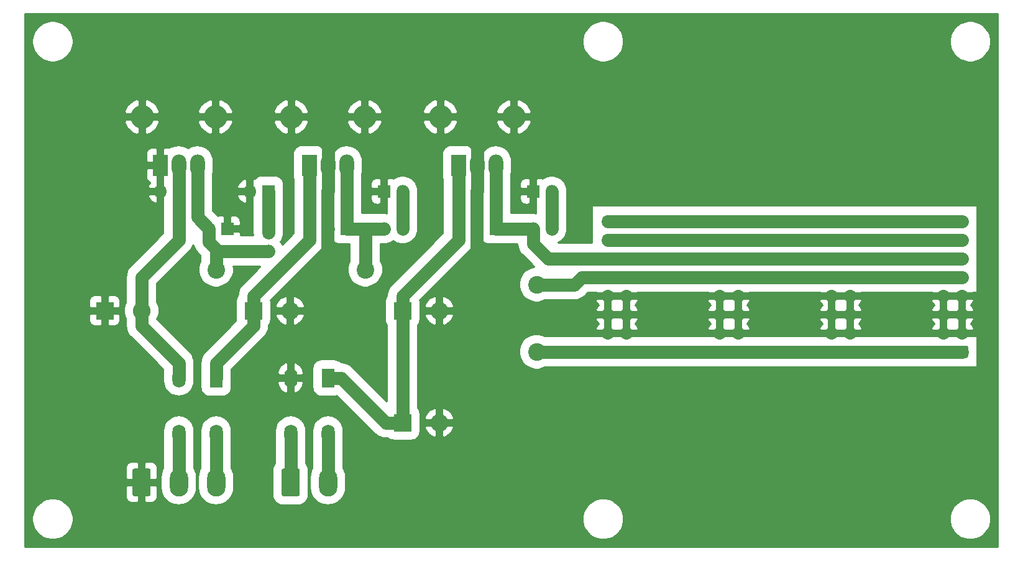
<source format=gbr>
%TF.GenerationSoftware,KiCad,Pcbnew,5.1.6-c6e7f7d~87~ubuntu18.04.1*%
%TF.CreationDate,2020-07-21T14:01:14+09:00*%
%TF.ProjectId,simple_eurorack_psu,73696d70-6c65-45f6-9575-726f7261636b,rev?*%
%TF.SameCoordinates,PX1312d00PY6422c40*%
%TF.FileFunction,Copper,L2,Bot*%
%TF.FilePolarity,Positive*%
%FSLAX46Y46*%
G04 Gerber Fmt 4.6, Leading zero omitted, Abs format (unit mm)*
G04 Created by KiCad (PCBNEW 5.1.6-c6e7f7d~87~ubuntu18.04.1) date 2020-07-21 14:01:14*
%MOMM*%
%LPD*%
G01*
G04 APERTURE LIST*
%TA.AperFunction,ComponentPad*%
%ADD10O,1.800000X1.800000*%
%TD*%
%TA.AperFunction,ComponentPad*%
%ADD11O,2.400000X2.400000*%
%TD*%
%TA.AperFunction,ComponentPad*%
%ADD12R,2.400000X2.400000*%
%TD*%
%TA.AperFunction,ComponentPad*%
%ADD13R,1.800000X1.800000*%
%TD*%
%TA.AperFunction,ComponentPad*%
%ADD14R,1.800000X2.600000*%
%TD*%
%TA.AperFunction,ComponentPad*%
%ADD15O,1.800000X2.600000*%
%TD*%
%TA.AperFunction,ComponentPad*%
%ADD16O,3.200000X3.200000*%
%TD*%
%TA.AperFunction,ComponentPad*%
%ADD17O,2.500000X3.800000*%
%TD*%
%TA.AperFunction,ComponentPad*%
%ADD18O,1.700000X1.700000*%
%TD*%
%TA.AperFunction,ComponentPad*%
%ADD19O,2.000000X3.000000*%
%TD*%
%TA.AperFunction,ComponentPad*%
%ADD20R,2.000000X3.000000*%
%TD*%
%TA.AperFunction,ViaPad*%
%ADD21C,2.400000*%
%TD*%
%TA.AperFunction,Conductor*%
%ADD22C,1.800000*%
%TD*%
%TA.AperFunction,Conductor*%
%ADD23C,0.300000*%
%TD*%
G04 APERTURE END LIST*
D10*
%TO.P,R3,2*%
%TO.N,Net-(D5-Pad2)*%
X72964000Y44548000D03*
%TO.P,R3,1*%
%TO.N,+5V*%
X70424000Y44548000D03*
%TD*%
%TO.P,R2,2*%
%TO.N,-12V*%
X34356000Y41500000D03*
%TO.P,R2,1*%
%TO.N,Net-(D4-Pad1)*%
X34356000Y44040000D03*
%TD*%
%TO.P,R1,2*%
%TO.N,Net-(D3-Pad2)*%
X52644000Y44548000D03*
%TO.P,R1,1*%
%TO.N,+12V*%
X50104000Y44548000D03*
%TD*%
%TO.P,C5,2*%
%TO.N,/7912_VI*%
X22164000Y49628000D03*
%TO.P,C5,1*%
%TO.N,GND*%
X19664000Y49628000D03*
%TD*%
D11*
%TO.P,C1,2*%
%TO.N,GND*%
X37324000Y33372000D03*
D12*
%TO.P,C1,1*%
%TO.N,/7812_VI*%
X32324000Y33372000D03*
%TD*%
%TO.P,C2,1*%
%TO.N,GND*%
X12084000Y33372000D03*
D11*
%TO.P,C2,2*%
%TO.N,/7912_VI*%
X17084000Y33372000D03*
%TD*%
D12*
%TO.P,C3,1*%
%TO.N,/7805_VI*%
X52644000Y18132000D03*
D11*
%TO.P,C3,2*%
%TO.N,GND*%
X57644000Y18132000D03*
%TD*%
D10*
%TO.P,C4,1*%
%TO.N,/7812_VI*%
X39944000Y49628000D03*
%TO.P,C4,2*%
%TO.N,GND*%
X42444000Y49628000D03*
%TD*%
D11*
%TO.P,C6,2*%
%TO.N,GND*%
X57644000Y33372000D03*
D12*
%TO.P,C6,1*%
%TO.N,/7805_VI*%
X52644000Y33372000D03*
%TD*%
D10*
%TO.P,C7,1*%
%TO.N,/7805_VI*%
X60264000Y49628000D03*
%TO.P,C7,2*%
%TO.N,GND*%
X62764000Y49628000D03*
%TD*%
D13*
%TO.P,C8,1*%
%TO.N,+12V*%
X45024000Y44548000D03*
D10*
%TO.P,C8,2*%
%TO.N,GND*%
X42524000Y44548000D03*
%TD*%
%TO.P,C9,2*%
%TO.N,-12V*%
X26268000Y44548000D03*
D13*
%TO.P,C9,1*%
%TO.N,GND*%
X28768000Y44548000D03*
%TD*%
%TO.P,C10,1*%
%TO.N,+5V*%
X65344000Y44548000D03*
D10*
%TO.P,C10,2*%
%TO.N,GND*%
X62844000Y44548000D03*
%TD*%
D14*
%TO.P,D1,1*%
%TO.N,/7812_VI*%
X27244000Y24228000D03*
D15*
%TO.P,D1,3*%
%TO.N,/AC_IN_1_A*%
X22164000Y16608000D03*
%TO.P,D1,2*%
%TO.N,/7912_VI*%
X22164000Y24228000D03*
%TO.P,D1,4*%
%TO.N,/AC_IN_1_B*%
X27244000Y16608000D03*
%TD*%
%TO.P,D2,4*%
%TO.N,/AC_IN_2_B*%
X42484000Y16608000D03*
%TO.P,D2,2*%
%TO.N,GND*%
X37404000Y24228000D03*
%TO.P,D2,3*%
%TO.N,/AC_IN_2_A*%
X37404000Y16608000D03*
D14*
%TO.P,D2,1*%
%TO.N,/7805_VI*%
X42484000Y24228000D03*
%TD*%
D13*
%TO.P,D3,1*%
%TO.N,GND*%
X50104000Y49628000D03*
D10*
%TO.P,D3,2*%
%TO.N,Net-(D3-Pad2)*%
X52644000Y49628000D03*
%TD*%
%TO.P,D4,2*%
%TO.N,GND*%
X31816000Y49628000D03*
D13*
%TO.P,D4,1*%
%TO.N,Net-(D4-Pad1)*%
X34356000Y49628000D03*
%TD*%
%TO.P,D5,1*%
%TO.N,GND*%
X70424000Y49628000D03*
D10*
%TO.P,D5,2*%
%TO.N,Net-(D5-Pad2)*%
X72964000Y49628000D03*
%TD*%
D16*
%TO.P,HS1,1*%
%TO.N,GND*%
X37484000Y59740000D03*
X47484000Y59740000D03*
%TD*%
%TO.P,HS2,1*%
%TO.N,GND*%
X27164000Y59740000D03*
X17164000Y59740000D03*
%TD*%
%TO.P,HS3,1*%
%TO.N,GND*%
X57804000Y59740000D03*
X67804000Y59740000D03*
%TD*%
%TO.P,J1,1*%
%TO.N,GND*%
%TA.AperFunction,ComponentPad*%
G36*
G01*
X15834000Y8404000D02*
X15834000Y11604000D01*
G75*
G02*
X16134000Y11904000I300000J0D01*
G01*
X18034000Y11904000D01*
G75*
G02*
X18334000Y11604000I0J-300000D01*
G01*
X18334000Y8404000D01*
G75*
G02*
X18034000Y8104000I-300000J0D01*
G01*
X16134000Y8104000D01*
G75*
G02*
X15834000Y8404000I0J300000D01*
G01*
G37*
%TD.AperFunction*%
D17*
%TO.P,J1,2*%
%TO.N,/AC_IN_1_A*%
X22164000Y10004000D03*
%TO.P,J1,3*%
%TO.N,/AC_IN_1_B*%
X27244000Y10004000D03*
%TD*%
%TO.P,J2,1*%
%TO.N,/AC_IN_2_A*%
%TA.AperFunction,ComponentPad*%
G36*
G01*
X36154000Y8404000D02*
X36154000Y11604000D01*
G75*
G02*
X36454000Y11904000I300000J0D01*
G01*
X38354000Y11904000D01*
G75*
G02*
X38654000Y11604000I0J-300000D01*
G01*
X38654000Y8404000D01*
G75*
G02*
X38354000Y8104000I-300000J0D01*
G01*
X36454000Y8104000D01*
G75*
G02*
X36154000Y8404000I0J300000D01*
G01*
G37*
%TD.AperFunction*%
%TO.P,J2,2*%
%TO.N,/AC_IN_2_B*%
X42484000Y10004000D03*
%TD*%
%TO.P,J3,1*%
%TO.N,-12V*%
%TA.AperFunction,ComponentPad*%
G36*
G01*
X83974000Y28384000D02*
X83974000Y27184000D01*
G75*
G02*
X83724000Y26934000I-250000J0D01*
G01*
X82524000Y26934000D01*
G75*
G02*
X82274000Y27184000I0J250000D01*
G01*
X82274000Y28384000D01*
G75*
G02*
X82524000Y28634000I250000J0D01*
G01*
X83724000Y28634000D01*
G75*
G02*
X83974000Y28384000I0J-250000D01*
G01*
G37*
%TD.AperFunction*%
D18*
%TO.P,J3,3*%
%TO.N,GND*%
X83124000Y30324000D03*
%TO.P,J3,5*%
X83124000Y32864000D03*
%TO.P,J3,7*%
X83124000Y35404000D03*
%TO.P,J3,9*%
%TO.N,+12V*%
X83124000Y37944000D03*
%TO.P,J3,11*%
%TO.N,+5V*%
X83124000Y40484000D03*
%TO.P,J3,13*%
%TO.N,/CV*%
X83124000Y43024000D03*
%TO.P,J3,15*%
%TO.N,/GATE*%
X83124000Y45564000D03*
%TO.P,J3,2*%
%TO.N,-12V*%
X80584000Y27784000D03*
%TO.P,J3,4*%
%TO.N,GND*%
X80584000Y30324000D03*
%TO.P,J3,6*%
X80584000Y32864000D03*
%TO.P,J3,8*%
X80584000Y35404000D03*
%TO.P,J3,10*%
%TO.N,+12V*%
X80584000Y37944000D03*
%TO.P,J3,12*%
%TO.N,+5V*%
X80584000Y40484000D03*
%TO.P,J3,14*%
%TO.N,/CV*%
X80584000Y43024000D03*
%TO.P,J3,16*%
%TO.N,/GATE*%
X80584000Y45564000D03*
%TD*%
%TO.P,J4,16*%
%TO.N,/GATE*%
X95824000Y45564000D03*
%TO.P,J4,14*%
%TO.N,/CV*%
X95824000Y43024000D03*
%TO.P,J4,12*%
%TO.N,+5V*%
X95824000Y40484000D03*
%TO.P,J4,10*%
%TO.N,+12V*%
X95824000Y37944000D03*
%TO.P,J4,8*%
%TO.N,GND*%
X95824000Y35404000D03*
%TO.P,J4,6*%
X95824000Y32864000D03*
%TO.P,J4,4*%
X95824000Y30324000D03*
%TO.P,J4,2*%
%TO.N,-12V*%
X95824000Y27784000D03*
%TO.P,J4,15*%
%TO.N,/GATE*%
X98364000Y45564000D03*
%TO.P,J4,13*%
%TO.N,/CV*%
X98364000Y43024000D03*
%TO.P,J4,11*%
%TO.N,+5V*%
X98364000Y40484000D03*
%TO.P,J4,9*%
%TO.N,+12V*%
X98364000Y37944000D03*
%TO.P,J4,7*%
%TO.N,GND*%
X98364000Y35404000D03*
%TO.P,J4,5*%
X98364000Y32864000D03*
%TO.P,J4,3*%
X98364000Y30324000D03*
%TO.P,J4,1*%
%TO.N,-12V*%
%TA.AperFunction,ComponentPad*%
G36*
G01*
X99214000Y28384000D02*
X99214000Y27184000D01*
G75*
G02*
X98964000Y26934000I-250000J0D01*
G01*
X97764000Y26934000D01*
G75*
G02*
X97514000Y27184000I0J250000D01*
G01*
X97514000Y28384000D01*
G75*
G02*
X97764000Y28634000I250000J0D01*
G01*
X98964000Y28634000D01*
G75*
G02*
X99214000Y28384000I0J-250000D01*
G01*
G37*
%TD.AperFunction*%
%TD*%
%TO.P,J5,1*%
%TO.N,-12V*%
%TA.AperFunction,ComponentPad*%
G36*
G01*
X114454000Y28384000D02*
X114454000Y27184000D01*
G75*
G02*
X114204000Y26934000I-250000J0D01*
G01*
X113004000Y26934000D01*
G75*
G02*
X112754000Y27184000I0J250000D01*
G01*
X112754000Y28384000D01*
G75*
G02*
X113004000Y28634000I250000J0D01*
G01*
X114204000Y28634000D01*
G75*
G02*
X114454000Y28384000I0J-250000D01*
G01*
G37*
%TD.AperFunction*%
%TO.P,J5,3*%
%TO.N,GND*%
X113604000Y30324000D03*
%TO.P,J5,5*%
X113604000Y32864000D03*
%TO.P,J5,7*%
X113604000Y35404000D03*
%TO.P,J5,9*%
%TO.N,+12V*%
X113604000Y37944000D03*
%TO.P,J5,11*%
%TO.N,+5V*%
X113604000Y40484000D03*
%TO.P,J5,13*%
%TO.N,/CV*%
X113604000Y43024000D03*
%TO.P,J5,15*%
%TO.N,/GATE*%
X113604000Y45564000D03*
%TO.P,J5,2*%
%TO.N,-12V*%
X111064000Y27784000D03*
%TO.P,J5,4*%
%TO.N,GND*%
X111064000Y30324000D03*
%TO.P,J5,6*%
X111064000Y32864000D03*
%TO.P,J5,8*%
X111064000Y35404000D03*
%TO.P,J5,10*%
%TO.N,+12V*%
X111064000Y37944000D03*
%TO.P,J5,12*%
%TO.N,+5V*%
X111064000Y40484000D03*
%TO.P,J5,14*%
%TO.N,/CV*%
X111064000Y43024000D03*
%TO.P,J5,16*%
%TO.N,/GATE*%
X111064000Y45564000D03*
%TD*%
%TO.P,J6,16*%
%TO.N,/GATE*%
X126304000Y45564000D03*
%TO.P,J6,14*%
%TO.N,/CV*%
X126304000Y43024000D03*
%TO.P,J6,12*%
%TO.N,+5V*%
X126304000Y40484000D03*
%TO.P,J6,10*%
%TO.N,+12V*%
X126304000Y37944000D03*
%TO.P,J6,8*%
%TO.N,GND*%
X126304000Y35404000D03*
%TO.P,J6,6*%
X126304000Y32864000D03*
%TO.P,J6,4*%
X126304000Y30324000D03*
%TO.P,J6,2*%
%TO.N,-12V*%
X126304000Y27784000D03*
%TO.P,J6,15*%
%TO.N,/GATE*%
X128844000Y45564000D03*
%TO.P,J6,13*%
%TO.N,/CV*%
X128844000Y43024000D03*
%TO.P,J6,11*%
%TO.N,+5V*%
X128844000Y40484000D03*
%TO.P,J6,9*%
%TO.N,+12V*%
X128844000Y37944000D03*
%TO.P,J6,7*%
%TO.N,GND*%
X128844000Y35404000D03*
%TO.P,J6,5*%
X128844000Y32864000D03*
%TO.P,J6,3*%
X128844000Y30324000D03*
%TO.P,J6,1*%
%TO.N,-12V*%
%TA.AperFunction,ComponentPad*%
G36*
G01*
X129694000Y28384000D02*
X129694000Y27184000D01*
G75*
G02*
X129444000Y26934000I-250000J0D01*
G01*
X128244000Y26934000D01*
G75*
G02*
X127994000Y27184000I0J250000D01*
G01*
X127994000Y28384000D01*
G75*
G02*
X128244000Y28634000I250000J0D01*
G01*
X129444000Y28634000D01*
G75*
G02*
X129694000Y28384000I0J-250000D01*
G01*
G37*
%TD.AperFunction*%
%TD*%
D19*
%TO.P,U1,3*%
%TO.N,+12V*%
X45024000Y53184000D03*
%TO.P,U1,2*%
%TO.N,GND*%
X42484000Y53184000D03*
D20*
%TO.P,U1,1*%
%TO.N,/7812_VI*%
X39944000Y53184000D03*
%TD*%
%TO.P,U2,1*%
%TO.N,GND*%
X19624000Y53184000D03*
D19*
%TO.P,U2,2*%
%TO.N,/7912_VI*%
X22164000Y53184000D03*
%TO.P,U2,3*%
%TO.N,-12V*%
X24704000Y53184000D03*
%TD*%
D20*
%TO.P,U3,1*%
%TO.N,/7805_VI*%
X60264000Y53184000D03*
D19*
%TO.P,U3,2*%
%TO.N,GND*%
X62804000Y53184000D03*
%TO.P,U3,3*%
%TO.N,+5V*%
X65344000Y53184000D03*
%TD*%
D21*
%TO.N,+12V*%
X47564000Y38960000D03*
X70932000Y36928000D03*
%TO.N,-12V*%
X70932000Y27784000D03*
X27244000Y38959996D03*
%TD*%
D22*
%TO.N,GND*%
X62804000Y53184000D02*
X62804000Y55343000D01*
X62804000Y55851000D02*
X61915000Y56740000D01*
X62804000Y55343000D02*
X62804000Y55851000D01*
X62804000Y55343000D02*
X63693000Y56232000D01*
X42484000Y49668000D02*
X42444000Y49628000D01*
X42484000Y53184000D02*
X42484000Y49668000D01*
X62804000Y49668000D02*
X62764000Y49628000D01*
X62804000Y53184000D02*
X62804000Y49668000D01*
X42484000Y55343000D02*
X43373000Y56232000D01*
X42484000Y53184000D02*
X42484000Y55343000D01*
X42484000Y55343000D02*
X42484000Y55851000D01*
X42484000Y55851000D02*
X41595000Y56740000D01*
X62804000Y49668000D02*
X62764000Y49628000D01*
X42444000Y44628000D02*
X42524000Y44548000D01*
X42444000Y49628000D02*
X42444000Y39174000D01*
X62764000Y49628000D02*
X62764000Y40444000D01*
%TO.N,/7812_VI*%
X39944000Y49628000D02*
X39944000Y53184000D01*
X27244000Y24228000D02*
X27244000Y26260000D01*
X27244000Y26260000D02*
X32324000Y31340000D01*
X32324000Y31340000D02*
X32324000Y33372000D01*
X32324000Y35404000D02*
X32324000Y33372000D01*
X39944000Y49628000D02*
X39944000Y43024000D01*
X39944000Y43024000D02*
X32324000Y35404000D01*
%TO.N,/7912_VI*%
X22164000Y53184000D02*
X22164000Y49628000D01*
X22164000Y26260000D02*
X22164000Y24228000D01*
X17084000Y31340000D02*
X22164000Y26260000D01*
X17084000Y31340000D02*
X17084000Y33372000D01*
X17084000Y33372000D02*
X17084000Y37944000D01*
X22164000Y43024000D02*
X22164000Y49628000D01*
X17084000Y37944000D02*
X22164000Y43024000D01*
%TO.N,/7805_VI*%
X60264000Y49628000D02*
X60264000Y53184000D01*
X42484000Y24228000D02*
X44262000Y24228000D01*
X50358000Y18132000D02*
X52644000Y18132000D01*
X44262000Y24228000D02*
X50358000Y18132000D01*
X52644000Y18132000D02*
X52644000Y33372000D01*
X60264000Y43024000D02*
X60264000Y49628000D01*
X52644000Y33372000D02*
X52644000Y35404000D01*
X52644000Y35404000D02*
X60264000Y43024000D01*
%TO.N,+12V*%
X45024000Y53184000D02*
X45024000Y44548000D01*
X45024000Y44548000D02*
X50104000Y44548000D01*
X80584000Y37944000D02*
X83124000Y37944000D01*
X83124000Y37944000D02*
X95824000Y37944000D01*
X95824000Y37944000D02*
X98364000Y37944000D01*
X98364000Y37944000D02*
X111064000Y37944000D01*
X111064000Y37944000D02*
X113604000Y37944000D01*
X113604000Y37944000D02*
X126304000Y37944000D01*
X126304000Y37944000D02*
X128844000Y37944000D01*
X47564000Y44548000D02*
X47564000Y38960000D01*
X76012000Y36928000D02*
X70932000Y36928000D01*
X80584000Y37944000D02*
X77028000Y37944000D01*
X77028000Y37944000D02*
X76012000Y36928000D01*
%TO.N,-12V*%
X24704000Y46112000D02*
X26268000Y44548000D01*
X24704000Y53184000D02*
X24704000Y46112000D01*
X26268000Y42727998D02*
X27495998Y41500000D01*
X26268000Y44548000D02*
X26268000Y42727998D01*
X80584000Y27784000D02*
X83124000Y27784000D01*
X83124000Y27784000D02*
X95824000Y27784000D01*
X95824000Y27784000D02*
X98364000Y27784000D01*
X98364000Y27784000D02*
X111064000Y27784000D01*
X111064000Y27784000D02*
X113604000Y27784000D01*
X113604000Y27784000D02*
X126304000Y27784000D01*
X126304000Y27784000D02*
X128844000Y27784000D01*
X29784000Y41500000D02*
X34356000Y41500000D01*
X27495998Y41500000D02*
X29784000Y41500000D01*
X27244000Y41500000D02*
X27244000Y38959996D01*
X70932000Y27784000D02*
X80584000Y27784000D01*
%TO.N,+5V*%
X65344000Y44548000D02*
X65344000Y53184000D01*
X65344000Y44548000D02*
X70424000Y44548000D01*
X80584000Y40484000D02*
X83124000Y40484000D01*
X83124000Y40484000D02*
X95824000Y40484000D01*
X95824000Y40484000D02*
X98364000Y40484000D01*
X98364000Y40484000D02*
X111064000Y40484000D01*
X111064000Y40484000D02*
X113604000Y40484000D01*
X113604000Y40484000D02*
X126304000Y40484000D01*
X126304000Y40484000D02*
X128844000Y40484000D01*
X80584000Y40484000D02*
X72456000Y40484000D01*
X70424000Y42516000D02*
X70424000Y44548000D01*
X72456000Y40484000D02*
X70424000Y42516000D01*
%TO.N,/AC_IN_1_A*%
X22164000Y16608000D02*
X22164000Y10004000D01*
%TO.N,/AC_IN_1_B*%
X27244000Y16608000D02*
X27244000Y10004000D01*
%TO.N,/AC_IN_2_B*%
X42484000Y16608000D02*
X42484000Y10004000D01*
%TO.N,/AC_IN_2_A*%
X37404000Y10004000D02*
X37404000Y16608000D01*
%TO.N,Net-(D3-Pad2)*%
X52644000Y44548000D02*
X52644000Y49628000D01*
%TO.N,Net-(D4-Pad1)*%
X34356000Y49628000D02*
X34356000Y44040000D01*
%TO.N,Net-(D5-Pad2)*%
X72964000Y44548000D02*
X72964000Y49628000D01*
%TO.N,/CV*%
X128844000Y43024000D02*
X126304000Y43024000D01*
X126304000Y43024000D02*
X113604000Y43024000D01*
X113604000Y43024000D02*
X111064000Y43024000D01*
X111064000Y43024000D02*
X98364000Y43024000D01*
X98364000Y43024000D02*
X95824000Y43024000D01*
X95824000Y43024000D02*
X83124000Y43024000D01*
X83124000Y43024000D02*
X80584000Y43024000D01*
%TO.N,/GATE*%
X80584000Y45564000D02*
X83124000Y45564000D01*
X95604000Y45564000D02*
X95824000Y45564000D01*
X83124000Y45564000D02*
X95604000Y45564000D01*
X98104000Y45564000D02*
X111064000Y45564000D01*
X98104000Y45564000D02*
X98364000Y45564000D01*
X95604000Y45564000D02*
X98104000Y45564000D01*
X111064000Y45564000D02*
X113604000Y45564000D01*
X113604000Y45564000D02*
X126304000Y45564000D01*
X126304000Y45564000D02*
X128844000Y45564000D01*
%TD*%
D23*
%TO.N,GND*%
G36*
X133725000Y1275000D02*
G01*
X1275000Y1275000D01*
X1275000Y5280701D01*
X2150000Y5280701D01*
X2150000Y4719299D01*
X2259524Y4168686D01*
X2474363Y3650019D01*
X2786260Y3183231D01*
X3183231Y2786260D01*
X3650019Y2474363D01*
X4168686Y2259524D01*
X4719299Y2150000D01*
X5280701Y2150000D01*
X5831314Y2259524D01*
X6349981Y2474363D01*
X6816769Y2786260D01*
X7213740Y3183231D01*
X7525637Y3650019D01*
X7740476Y4168686D01*
X7850000Y4719299D01*
X7850000Y5280701D01*
X77150000Y5280701D01*
X77150000Y4719299D01*
X77259524Y4168686D01*
X77474363Y3650019D01*
X77786260Y3183231D01*
X78183231Y2786260D01*
X78650019Y2474363D01*
X79168686Y2259524D01*
X79719299Y2150000D01*
X80280701Y2150000D01*
X80831314Y2259524D01*
X81349981Y2474363D01*
X81816769Y2786260D01*
X82213740Y3183231D01*
X82525637Y3650019D01*
X82740476Y4168686D01*
X82850000Y4719299D01*
X82850000Y5280701D01*
X127150000Y5280701D01*
X127150000Y4719299D01*
X127259524Y4168686D01*
X127474363Y3650019D01*
X127786260Y3183231D01*
X128183231Y2786260D01*
X128650019Y2474363D01*
X129168686Y2259524D01*
X129719299Y2150000D01*
X130280701Y2150000D01*
X130831314Y2259524D01*
X131349981Y2474363D01*
X131816769Y2786260D01*
X132213740Y3183231D01*
X132525637Y3650019D01*
X132740476Y4168686D01*
X132850000Y4719299D01*
X132850000Y5280701D01*
X132740476Y5831314D01*
X132525637Y6349981D01*
X132213740Y6816769D01*
X131816769Y7213740D01*
X131349981Y7525637D01*
X130831314Y7740476D01*
X130280701Y7850000D01*
X129719299Y7850000D01*
X129168686Y7740476D01*
X128650019Y7525637D01*
X128183231Y7213740D01*
X127786260Y6816769D01*
X127474363Y6349981D01*
X127259524Y5831314D01*
X127150000Y5280701D01*
X82850000Y5280701D01*
X82740476Y5831314D01*
X82525637Y6349981D01*
X82213740Y6816769D01*
X81816769Y7213740D01*
X81349981Y7525637D01*
X80831314Y7740476D01*
X80280701Y7850000D01*
X79719299Y7850000D01*
X79168686Y7740476D01*
X78650019Y7525637D01*
X78183231Y7213740D01*
X77786260Y6816769D01*
X77474363Y6349981D01*
X77259524Y5831314D01*
X77150000Y5280701D01*
X7850000Y5280701D01*
X7740476Y5831314D01*
X7525637Y6349981D01*
X7213740Y6816769D01*
X6816769Y7213740D01*
X6349981Y7525637D01*
X5831314Y7740476D01*
X5280701Y7850000D01*
X4719299Y7850000D01*
X4168686Y7740476D01*
X3650019Y7525637D01*
X3183231Y7213740D01*
X2786260Y6816769D01*
X2474363Y6349981D01*
X2259524Y5831314D01*
X2150000Y5280701D01*
X1275000Y5280701D01*
X1275000Y8104000D01*
X14879403Y8104000D01*
X14897745Y7917767D01*
X14952067Y7738692D01*
X15040282Y7573654D01*
X15158998Y7428998D01*
X15303654Y7310282D01*
X15468692Y7222067D01*
X15647767Y7167745D01*
X15834000Y7149403D01*
X16496500Y7154000D01*
X16734000Y7391500D01*
X16734000Y9654000D01*
X17434000Y9654000D01*
X17434000Y7391500D01*
X17671500Y7154000D01*
X18334000Y7149403D01*
X18520233Y7167745D01*
X18699308Y7222067D01*
X18864346Y7310282D01*
X19009002Y7428998D01*
X19127718Y7573654D01*
X19215933Y7738692D01*
X19270255Y7917767D01*
X19288597Y8104000D01*
X19284000Y9416500D01*
X19046500Y9654000D01*
X17434000Y9654000D01*
X16734000Y9654000D01*
X15121500Y9654000D01*
X14884000Y9416500D01*
X14879403Y8104000D01*
X1275000Y8104000D01*
X1275000Y11904000D01*
X14879403Y11904000D01*
X14884000Y10591500D01*
X15121500Y10354000D01*
X16734000Y10354000D01*
X16734000Y12616500D01*
X17434000Y12616500D01*
X17434000Y10354000D01*
X19046500Y10354000D01*
X19284000Y10591500D01*
X19284649Y10776812D01*
X19664000Y10776812D01*
X19664000Y9231187D01*
X19700173Y8863914D01*
X19843126Y8392662D01*
X20075270Y7958354D01*
X20387681Y7577680D01*
X20768355Y7265269D01*
X21202663Y7033126D01*
X21673915Y6890173D01*
X22164000Y6841904D01*
X22654086Y6890173D01*
X23125338Y7033126D01*
X23559646Y7265269D01*
X23940320Y7577680D01*
X24252731Y7958354D01*
X24484874Y8392662D01*
X24627827Y8863915D01*
X24664000Y9231188D01*
X24664000Y10776812D01*
X24744000Y10776812D01*
X24744000Y9231187D01*
X24780173Y8863914D01*
X24923126Y8392662D01*
X25155270Y7958354D01*
X25467681Y7577680D01*
X25848355Y7265269D01*
X26282663Y7033126D01*
X26753915Y6890173D01*
X27244000Y6841904D01*
X27734086Y6890173D01*
X28205338Y7033126D01*
X28639646Y7265269D01*
X29020320Y7577680D01*
X29332731Y7958354D01*
X29564874Y8392662D01*
X29707827Y8863915D01*
X29744000Y9231188D01*
X29744000Y10776813D01*
X29707827Y11144086D01*
X29568314Y11604000D01*
X34897952Y11604000D01*
X34897952Y8404000D01*
X34927851Y8100430D01*
X35016399Y7808526D01*
X35160193Y7539506D01*
X35353708Y7303708D01*
X35589506Y7110193D01*
X35858526Y6966399D01*
X36150430Y6877851D01*
X36454000Y6847952D01*
X38354000Y6847952D01*
X38657570Y6877851D01*
X38949474Y6966399D01*
X39218494Y7110193D01*
X39454292Y7303708D01*
X39647807Y7539506D01*
X39791601Y7808526D01*
X39880149Y8100430D01*
X39910048Y8404000D01*
X39910048Y10776812D01*
X39984000Y10776812D01*
X39984000Y9231187D01*
X40020173Y8863914D01*
X40163126Y8392662D01*
X40395270Y7958354D01*
X40707681Y7577680D01*
X41088355Y7265269D01*
X41522663Y7033126D01*
X41993915Y6890173D01*
X42484000Y6841904D01*
X42974086Y6890173D01*
X43445338Y7033126D01*
X43879646Y7265269D01*
X44260320Y7577680D01*
X44572731Y7958354D01*
X44804874Y8392662D01*
X44947827Y8863915D01*
X44984000Y9231188D01*
X44984000Y10776813D01*
X44947827Y11144086D01*
X44804874Y11615338D01*
X44634000Y11935020D01*
X44634000Y17113611D01*
X44602890Y17429473D01*
X44479951Y17834749D01*
X44280309Y18208255D01*
X44011635Y18535635D01*
X43684255Y18804309D01*
X43310750Y19003951D01*
X42905474Y19126890D01*
X42484000Y19168402D01*
X42062527Y19126890D01*
X41657251Y19003951D01*
X41283746Y18804309D01*
X40956366Y18535635D01*
X40687692Y18208255D01*
X40488049Y17834750D01*
X40365110Y17429474D01*
X40334000Y17113612D01*
X40334000Y16713611D01*
X40334001Y11935020D01*
X40163126Y11615337D01*
X40020173Y11144085D01*
X39984000Y10776812D01*
X39910048Y10776812D01*
X39910048Y11604000D01*
X39880149Y11907570D01*
X39791601Y12199474D01*
X39647807Y12468494D01*
X39554000Y12582798D01*
X39554000Y17113611D01*
X39522890Y17429473D01*
X39399951Y17834749D01*
X39200309Y18208255D01*
X38931635Y18535635D01*
X38604255Y18804309D01*
X38230750Y19003951D01*
X37825474Y19126890D01*
X37404000Y19168402D01*
X36982527Y19126890D01*
X36577251Y19003951D01*
X36203746Y18804309D01*
X35876366Y18535635D01*
X35607692Y18208255D01*
X35408049Y17834750D01*
X35285110Y17429474D01*
X35254000Y17113612D01*
X35254000Y16102389D01*
X35254001Y16102380D01*
X35254000Y12582798D01*
X35160193Y12468494D01*
X35016399Y12199474D01*
X34927851Y11907570D01*
X34897952Y11604000D01*
X29568314Y11604000D01*
X29564874Y11615338D01*
X29394000Y11935020D01*
X29394000Y17113611D01*
X29362890Y17429473D01*
X29239951Y17834749D01*
X29040309Y18208255D01*
X28771635Y18535635D01*
X28444255Y18804309D01*
X28070750Y19003951D01*
X27665474Y19126890D01*
X27244000Y19168402D01*
X26822527Y19126890D01*
X26417251Y19003951D01*
X26043746Y18804309D01*
X25716366Y18535635D01*
X25447692Y18208255D01*
X25248049Y17834750D01*
X25125110Y17429474D01*
X25094000Y17113612D01*
X25094000Y16713611D01*
X25094001Y11935020D01*
X24923126Y11615337D01*
X24780173Y11144085D01*
X24744000Y10776812D01*
X24664000Y10776812D01*
X24664000Y10776813D01*
X24627827Y11144086D01*
X24484874Y11615338D01*
X24314000Y11935020D01*
X24314000Y17113611D01*
X24282890Y17429473D01*
X24159951Y17834749D01*
X23960309Y18208255D01*
X23691635Y18535635D01*
X23364255Y18804309D01*
X22990750Y19003951D01*
X22585474Y19126890D01*
X22164000Y19168402D01*
X21742527Y19126890D01*
X21337251Y19003951D01*
X20963746Y18804309D01*
X20636366Y18535635D01*
X20367692Y18208255D01*
X20168049Y17834750D01*
X20045110Y17429474D01*
X20014000Y17113612D01*
X20014000Y16713611D01*
X20014001Y11935020D01*
X19843126Y11615337D01*
X19700173Y11144085D01*
X19664000Y10776812D01*
X19284649Y10776812D01*
X19288597Y11904000D01*
X19270255Y12090233D01*
X19215933Y12269308D01*
X19127718Y12434346D01*
X19009002Y12579002D01*
X18864346Y12697718D01*
X18699308Y12785933D01*
X18520233Y12840255D01*
X18334000Y12858597D01*
X17671500Y12854000D01*
X17434000Y12616500D01*
X16734000Y12616500D01*
X16496500Y12854000D01*
X15834000Y12858597D01*
X15647767Y12840255D01*
X15468692Y12785933D01*
X15303654Y12697718D01*
X15158998Y12579002D01*
X15040282Y12434346D01*
X14952067Y12269308D01*
X14897745Y12090233D01*
X14879403Y11904000D01*
X1275000Y11904000D01*
X1275000Y32172000D01*
X9929403Y32172000D01*
X9947745Y31985767D01*
X10002067Y31806692D01*
X10090282Y31641654D01*
X10208998Y31496998D01*
X10353654Y31378282D01*
X10518692Y31290067D01*
X10697767Y31235745D01*
X10884000Y31217403D01*
X11496500Y31222000D01*
X11734000Y31459500D01*
X11734000Y33022000D01*
X12434000Y33022000D01*
X12434000Y31459500D01*
X12671500Y31222000D01*
X13284000Y31217403D01*
X13470233Y31235745D01*
X13649308Y31290067D01*
X13814346Y31378282D01*
X13959002Y31496998D01*
X14077718Y31641654D01*
X14165933Y31806692D01*
X14220255Y31985767D01*
X14238597Y32172000D01*
X14234000Y32784500D01*
X13996500Y33022000D01*
X12434000Y33022000D01*
X11734000Y33022000D01*
X10171500Y33022000D01*
X9934000Y32784500D01*
X9929403Y32172000D01*
X1275000Y32172000D01*
X1275000Y33613304D01*
X14634000Y33613304D01*
X14634000Y33130696D01*
X14728152Y32657361D01*
X14912838Y32211490D01*
X14934000Y32179819D01*
X14934000Y31445612D01*
X14923598Y31340000D01*
X14964768Y30922000D01*
X14965110Y30918527D01*
X15088049Y30513251D01*
X15287691Y30139745D01*
X15556365Y29812365D01*
X15638408Y29745034D01*
X20014000Y25369441D01*
X20014000Y23722389D01*
X20045110Y23406527D01*
X20168049Y23001251D01*
X20367691Y22627745D01*
X20636365Y22300365D01*
X20963745Y22031691D01*
X21337250Y21832049D01*
X21742526Y21709110D01*
X22164000Y21667598D01*
X22585473Y21709110D01*
X22990749Y21832049D01*
X23364255Y22031691D01*
X23691635Y22300365D01*
X23960309Y22627745D01*
X24159951Y23001250D01*
X24282890Y23406526D01*
X24314000Y23722388D01*
X24314000Y26154388D01*
X24324402Y26260000D01*
X24282890Y26681474D01*
X24159951Y27086750D01*
X24107970Y27184000D01*
X23960309Y27460255D01*
X23691635Y27787635D01*
X23609597Y27854962D01*
X19254323Y32210235D01*
X19255162Y32211490D01*
X19439848Y32657361D01*
X19534000Y33130696D01*
X19534000Y33613304D01*
X19439848Y34086639D01*
X19255162Y34532510D01*
X19234000Y34564181D01*
X19234000Y37053442D01*
X23609597Y41429038D01*
X23691635Y41496365D01*
X23960309Y41823745D01*
X24159951Y42197250D01*
X24171105Y42234018D01*
X24272049Y41901249D01*
X24364981Y41727386D01*
X24471692Y41527743D01*
X24740366Y41200363D01*
X24822403Y41133037D01*
X25094000Y40861440D01*
X25094000Y40152177D01*
X25072838Y40120506D01*
X24888152Y39674635D01*
X24794000Y39201300D01*
X24794000Y38718692D01*
X24888152Y38245357D01*
X25072838Y37799486D01*
X25340960Y37398212D01*
X25682216Y37056956D01*
X26083490Y36788834D01*
X26529361Y36604148D01*
X27002696Y36509996D01*
X27485304Y36509996D01*
X27958639Y36604148D01*
X28404510Y36788834D01*
X28805784Y37056956D01*
X29147040Y37398212D01*
X29415162Y37799486D01*
X29599848Y38245357D01*
X29694000Y38718692D01*
X29694000Y39201300D01*
X29664422Y39350000D01*
X33229442Y39350000D01*
X30878408Y36998966D01*
X30796365Y36931635D01*
X30527691Y36604255D01*
X30328050Y36230750D01*
X30328049Y36230749D01*
X30205110Y35825473D01*
X30163598Y35404000D01*
X30166400Y35375548D01*
X30079634Y35269823D01*
X29963563Y35052669D01*
X29892087Y34817043D01*
X29867952Y34572000D01*
X29867952Y32172000D01*
X29890142Y31946701D01*
X25798403Y27854961D01*
X25716366Y27787635D01*
X25447692Y27460255D01*
X25395455Y27362526D01*
X25248049Y27086749D01*
X25208766Y26957250D01*
X25125110Y26681474D01*
X25114364Y26572366D01*
X25083598Y26260000D01*
X25094000Y26154388D01*
X25094000Y25589405D01*
X25087952Y25528000D01*
X25087952Y22928000D01*
X25112087Y22682957D01*
X25183563Y22447331D01*
X25299634Y22230177D01*
X25455840Y22039840D01*
X25646177Y21883634D01*
X25863331Y21767563D01*
X26098957Y21696087D01*
X26344000Y21671952D01*
X28144000Y21671952D01*
X28389043Y21696087D01*
X28624669Y21767563D01*
X28841823Y21883634D01*
X29032160Y22039840D01*
X29188366Y22230177D01*
X29304437Y22447331D01*
X29375913Y22682957D01*
X29400048Y22928000D01*
X29400048Y23587242D01*
X35564291Y23587242D01*
X35646610Y23232959D01*
X35796464Y22901543D01*
X36008095Y22605730D01*
X36273370Y22356888D01*
X36582094Y22164580D01*
X36774132Y22088527D01*
X37054000Y22253943D01*
X37054000Y23878000D01*
X37754000Y23878000D01*
X37754000Y22253943D01*
X38033868Y22088527D01*
X38225906Y22164580D01*
X38534630Y22356888D01*
X38799905Y22605730D01*
X39011536Y22901543D01*
X39161390Y23232959D01*
X39243709Y23587242D01*
X39021222Y23878000D01*
X37754000Y23878000D01*
X37054000Y23878000D01*
X35786778Y23878000D01*
X35564291Y23587242D01*
X29400048Y23587242D01*
X29400048Y24228000D01*
X40323598Y24228000D01*
X40327952Y24183794D01*
X40327952Y22928000D01*
X40352087Y22682957D01*
X40423563Y22447331D01*
X40539634Y22230177D01*
X40695840Y22039840D01*
X40886177Y21883634D01*
X41103331Y21767563D01*
X41338957Y21696087D01*
X41584000Y21671952D01*
X43384000Y21671952D01*
X43629043Y21696087D01*
X43724422Y21725020D01*
X48763038Y16686403D01*
X48830365Y16604365D01*
X49157745Y16335691D01*
X49531250Y16136049D01*
X49936526Y16013110D01*
X50358000Y15971598D01*
X50463612Y15982000D01*
X50631192Y15982000D01*
X50746177Y15887634D01*
X50963331Y15771563D01*
X51198957Y15700087D01*
X51444000Y15675952D01*
X53844000Y15675952D01*
X54089043Y15700087D01*
X54324669Y15771563D01*
X54541823Y15887634D01*
X54732160Y16043840D01*
X54888366Y16234177D01*
X55004437Y16451331D01*
X55075913Y16686957D01*
X55100048Y16932000D01*
X55100048Y17454462D01*
X55603549Y17454462D01*
X55722083Y17168270D01*
X55947027Y16811840D01*
X56237184Y16506143D01*
X56581405Y16262927D01*
X56966460Y16091539D01*
X57294000Y16248170D01*
X57294000Y17782000D01*
X57994000Y17782000D01*
X57994000Y16248170D01*
X58321540Y16091539D01*
X58706595Y16262927D01*
X59050816Y16506143D01*
X59340973Y16811840D01*
X59565917Y17168270D01*
X59684451Y17454462D01*
X59524201Y17782000D01*
X57994000Y17782000D01*
X57294000Y17782000D01*
X55763799Y17782000D01*
X55603549Y17454462D01*
X55100048Y17454462D01*
X55100048Y18809538D01*
X55603549Y18809538D01*
X55763799Y18482000D01*
X57294000Y18482000D01*
X57294000Y20015830D01*
X57994000Y20015830D01*
X57994000Y18482000D01*
X59524201Y18482000D01*
X59684451Y18809538D01*
X59565917Y19095730D01*
X59340973Y19452160D01*
X59050816Y19757857D01*
X58706595Y20001073D01*
X58321540Y20172461D01*
X57994000Y20015830D01*
X57294000Y20015830D01*
X56966460Y20172461D01*
X56581405Y20001073D01*
X56237184Y19757857D01*
X55947027Y19452160D01*
X55722083Y19095730D01*
X55603549Y18809538D01*
X55100048Y18809538D01*
X55100048Y19332000D01*
X55075913Y19577043D01*
X55004437Y19812669D01*
X54888366Y20029823D01*
X54794000Y20144808D01*
X54794000Y28025304D01*
X68482000Y28025304D01*
X68482000Y27542696D01*
X68576152Y27069361D01*
X68760838Y26623490D01*
X69028960Y26222216D01*
X69370216Y25880960D01*
X69771490Y25612838D01*
X70217361Y25428152D01*
X70690696Y25334000D01*
X71173304Y25334000D01*
X71646639Y25428152D01*
X72092510Y25612838D01*
X72124181Y25634000D01*
X78460476Y25634000D01*
X78468664Y25627280D01*
X78494597Y25613418D01*
X78522736Y25604882D01*
X78552000Y25602000D01*
X130876000Y25602000D01*
X130905264Y25604882D01*
X130933403Y25613418D01*
X130959336Y25627280D01*
X130982066Y25645934D01*
X131000720Y25668664D01*
X131014582Y25694597D01*
X131023118Y25722736D01*
X131026000Y25752000D01*
X131026000Y29816000D01*
X131023118Y29845264D01*
X131014582Y29873403D01*
X131000720Y29899336D01*
X130982066Y29922066D01*
X130959336Y29940720D01*
X130933403Y29954582D01*
X130905264Y29963118D01*
X130876000Y29966000D01*
X130371691Y29966000D01*
X130366796Y29974000D01*
X129194000Y29974000D01*
X129194000Y29966000D01*
X128494000Y29966000D01*
X128494000Y29974000D01*
X126654000Y29974000D01*
X126654000Y29966000D01*
X125954000Y29966000D01*
X125954000Y29974000D01*
X124781204Y29974000D01*
X124776309Y29966000D01*
X115131691Y29966000D01*
X115126796Y29974000D01*
X113954000Y29974000D01*
X113954000Y29966000D01*
X113254000Y29966000D01*
X113254000Y29974000D01*
X111414000Y29974000D01*
X111414000Y29966000D01*
X110714000Y29966000D01*
X110714000Y29974000D01*
X109541204Y29974000D01*
X109536309Y29966000D01*
X99891691Y29966000D01*
X99886796Y29974000D01*
X98714000Y29974000D01*
X98714000Y29966000D01*
X98014000Y29966000D01*
X98014000Y29974000D01*
X96174000Y29974000D01*
X96174000Y29966000D01*
X95474000Y29966000D01*
X95474000Y29974000D01*
X94301204Y29974000D01*
X94296309Y29966000D01*
X84651691Y29966000D01*
X84646796Y29974000D01*
X83474000Y29974000D01*
X83474000Y29966000D01*
X82774000Y29966000D01*
X82774000Y29974000D01*
X80934000Y29974000D01*
X80934000Y29966000D01*
X80234000Y29966000D01*
X80234000Y29974000D01*
X79061204Y29974000D01*
X79056309Y29966000D01*
X78552000Y29966000D01*
X78522736Y29963118D01*
X78494597Y29954582D01*
X78468664Y29940720D01*
X78460476Y29934000D01*
X72124181Y29934000D01*
X72092510Y29955162D01*
X71646639Y30139848D01*
X71173304Y30234000D01*
X70690696Y30234000D01*
X70217361Y30139848D01*
X69771490Y29955162D01*
X69370216Y29687040D01*
X69028960Y29345784D01*
X68760838Y28944510D01*
X68576152Y28498639D01*
X68482000Y28025304D01*
X54794000Y28025304D01*
X54794000Y31359192D01*
X54888366Y31474177D01*
X55004437Y31691331D01*
X55075913Y31926957D01*
X55100048Y32172000D01*
X55100048Y32694462D01*
X55603549Y32694462D01*
X55722083Y32408270D01*
X55947027Y32051840D01*
X56237184Y31746143D01*
X56581405Y31502927D01*
X56966460Y31331539D01*
X57294000Y31488170D01*
X57294000Y33022000D01*
X57994000Y33022000D01*
X57994000Y31488170D01*
X58321540Y31331539D01*
X58706595Y31502927D01*
X59050816Y31746143D01*
X59340973Y32051840D01*
X59461047Y32242102D01*
X78894846Y32242102D01*
X78949830Y32109329D01*
X79128459Y31805019D01*
X79316225Y31594000D01*
X79128459Y31382981D01*
X78949830Y31078671D01*
X78894846Y30945898D01*
X79061204Y30674000D01*
X80234000Y30674000D01*
X80234000Y32514000D01*
X80934000Y32514000D01*
X80934000Y30674000D01*
X82774000Y30674000D01*
X82774000Y32514000D01*
X83474000Y32514000D01*
X83474000Y30674000D01*
X84646796Y30674000D01*
X84813154Y30945898D01*
X84758170Y31078671D01*
X84579541Y31382981D01*
X84391775Y31594000D01*
X84579541Y31805019D01*
X84758170Y32109329D01*
X84813154Y32242102D01*
X94134846Y32242102D01*
X94189830Y32109329D01*
X94368459Y31805019D01*
X94556225Y31594000D01*
X94368459Y31382981D01*
X94189830Y31078671D01*
X94134846Y30945898D01*
X94301204Y30674000D01*
X95474000Y30674000D01*
X95474000Y32514000D01*
X96174000Y32514000D01*
X96174000Y30674000D01*
X98014000Y30674000D01*
X98014000Y32514000D01*
X98714000Y32514000D01*
X98714000Y30674000D01*
X99886796Y30674000D01*
X100053154Y30945898D01*
X99998170Y31078671D01*
X99819541Y31382981D01*
X99631775Y31594000D01*
X99819541Y31805019D01*
X99998170Y32109329D01*
X100053154Y32242102D01*
X109374846Y32242102D01*
X109429830Y32109329D01*
X109608459Y31805019D01*
X109796225Y31594000D01*
X109608459Y31382981D01*
X109429830Y31078671D01*
X109374846Y30945898D01*
X109541204Y30674000D01*
X110714000Y30674000D01*
X110714000Y32514000D01*
X111414000Y32514000D01*
X111414000Y30674000D01*
X113254000Y30674000D01*
X113254000Y32514000D01*
X113954000Y32514000D01*
X113954000Y30674000D01*
X115126796Y30674000D01*
X115293154Y30945898D01*
X115238170Y31078671D01*
X115059541Y31382981D01*
X114871775Y31594000D01*
X115059541Y31805019D01*
X115238170Y32109329D01*
X115293154Y32242102D01*
X124614846Y32242102D01*
X124669830Y32109329D01*
X124848459Y31805019D01*
X125036225Y31594000D01*
X124848459Y31382981D01*
X124669830Y31078671D01*
X124614846Y30945898D01*
X124781204Y30674000D01*
X125954000Y30674000D01*
X125954000Y32514000D01*
X126654000Y32514000D01*
X126654000Y30674000D01*
X128494000Y30674000D01*
X128494000Y32514000D01*
X129194000Y32514000D01*
X129194000Y30674000D01*
X130366796Y30674000D01*
X130533154Y30945898D01*
X130478170Y31078671D01*
X130299541Y31382981D01*
X130111775Y31594000D01*
X130299541Y31805019D01*
X130478170Y32109329D01*
X130533154Y32242102D01*
X130366796Y32514000D01*
X129194000Y32514000D01*
X128494000Y32514000D01*
X126654000Y32514000D01*
X125954000Y32514000D01*
X124781204Y32514000D01*
X124614846Y32242102D01*
X115293154Y32242102D01*
X115126796Y32514000D01*
X113954000Y32514000D01*
X113254000Y32514000D01*
X111414000Y32514000D01*
X110714000Y32514000D01*
X109541204Y32514000D01*
X109374846Y32242102D01*
X100053154Y32242102D01*
X99886796Y32514000D01*
X98714000Y32514000D01*
X98014000Y32514000D01*
X96174000Y32514000D01*
X95474000Y32514000D01*
X94301204Y32514000D01*
X94134846Y32242102D01*
X84813154Y32242102D01*
X84646796Y32514000D01*
X83474000Y32514000D01*
X82774000Y32514000D01*
X80934000Y32514000D01*
X80234000Y32514000D01*
X79061204Y32514000D01*
X78894846Y32242102D01*
X59461047Y32242102D01*
X59565917Y32408270D01*
X59684451Y32694462D01*
X59524201Y33022000D01*
X57994000Y33022000D01*
X57294000Y33022000D01*
X55763799Y33022000D01*
X55603549Y32694462D01*
X55100048Y32694462D01*
X55100048Y34049538D01*
X55603549Y34049538D01*
X55763799Y33722000D01*
X57294000Y33722000D01*
X57294000Y35255830D01*
X57994000Y35255830D01*
X57994000Y33722000D01*
X59524201Y33722000D01*
X59684451Y34049538D01*
X59565917Y34335730D01*
X59340973Y34692160D01*
X59050816Y34997857D01*
X58706595Y35241073D01*
X58321540Y35412461D01*
X57994000Y35255830D01*
X57294000Y35255830D01*
X56966460Y35412461D01*
X56581405Y35241073D01*
X56237184Y34997857D01*
X55947027Y34692160D01*
X55722083Y34335730D01*
X55603549Y34049538D01*
X55100048Y34049538D01*
X55100048Y34572000D01*
X55077858Y34797299D01*
X61709598Y41429039D01*
X61791635Y41496365D01*
X62060309Y41823745D01*
X62259951Y42197250D01*
X62382890Y42602526D01*
X62414000Y42918388D01*
X62414000Y42918394D01*
X62414486Y42923333D01*
X62494000Y42968899D01*
X62494000Y44198000D01*
X62474000Y44198000D01*
X62474000Y44898000D01*
X62494000Y44898000D01*
X62494000Y46127101D01*
X62414000Y46172946D01*
X62414000Y50985522D01*
X62454000Y51007648D01*
X62454000Y51300788D01*
X62495913Y51438957D01*
X62520048Y51684000D01*
X62520048Y53794527D01*
X63094000Y53794527D01*
X63094000Y52573472D01*
X63126556Y52242923D01*
X63154000Y52152453D01*
X63154000Y51230023D01*
X63114000Y51207101D01*
X63114000Y49978000D01*
X63134000Y49978000D01*
X63134000Y49278000D01*
X63114000Y49278000D01*
X63114000Y48048899D01*
X63194000Y48003054D01*
X63194000Y45509407D01*
X63187952Y45448000D01*
X63187952Y44592206D01*
X63183598Y44548000D01*
X63187952Y44503794D01*
X63187952Y43648000D01*
X63194000Y43586595D01*
X63194000Y42968899D01*
X63473870Y42808516D01*
X63504059Y42822935D01*
X63555840Y42759840D01*
X63746177Y42603634D01*
X63963331Y42487563D01*
X64198957Y42416087D01*
X64444000Y42391952D01*
X65299794Y42391952D01*
X65344000Y42387598D01*
X65388206Y42391952D01*
X66244000Y42391952D01*
X66305405Y42398000D01*
X68275220Y42398000D01*
X68305110Y42094527D01*
X68428049Y41689251D01*
X68627691Y41315745D01*
X68896365Y40988365D01*
X68978408Y40921034D01*
X70549522Y39349919D01*
X70217361Y39283848D01*
X69771490Y39099162D01*
X69370216Y38831040D01*
X69028960Y38489784D01*
X68760838Y38088510D01*
X68576152Y37642639D01*
X68482000Y37169304D01*
X68482000Y36686696D01*
X68576152Y36213361D01*
X68760838Y35767490D01*
X69028960Y35366216D01*
X69370216Y35024960D01*
X69771490Y34756838D01*
X70217361Y34572152D01*
X70690696Y34478000D01*
X71173304Y34478000D01*
X71646639Y34572152D01*
X72092510Y34756838D01*
X72124181Y34778000D01*
X75906388Y34778000D01*
X76012000Y34767598D01*
X76117612Y34778000D01*
X76159259Y34782102D01*
X78894846Y34782102D01*
X78949830Y34649329D01*
X79128459Y34345019D01*
X79316225Y34134000D01*
X79128459Y33922981D01*
X78949830Y33618671D01*
X78894846Y33485898D01*
X79061204Y33214000D01*
X80234000Y33214000D01*
X80234000Y35054000D01*
X80934000Y35054000D01*
X80934000Y33214000D01*
X82774000Y33214000D01*
X82774000Y35054000D01*
X83474000Y35054000D01*
X83474000Y33214000D01*
X84646796Y33214000D01*
X84813154Y33485898D01*
X84758170Y33618671D01*
X84579541Y33922981D01*
X84391775Y34134000D01*
X84579541Y34345019D01*
X84758170Y34649329D01*
X84813154Y34782102D01*
X94134846Y34782102D01*
X94189830Y34649329D01*
X94368459Y34345019D01*
X94556225Y34134000D01*
X94368459Y33922981D01*
X94189830Y33618671D01*
X94134846Y33485898D01*
X94301204Y33214000D01*
X95474000Y33214000D01*
X95474000Y35054000D01*
X96174000Y35054000D01*
X96174000Y33214000D01*
X98014000Y33214000D01*
X98014000Y35054000D01*
X98714000Y35054000D01*
X98714000Y33214000D01*
X99886796Y33214000D01*
X100053154Y33485898D01*
X99998170Y33618671D01*
X99819541Y33922981D01*
X99631775Y34134000D01*
X99819541Y34345019D01*
X99998170Y34649329D01*
X100053154Y34782102D01*
X109374846Y34782102D01*
X109429830Y34649329D01*
X109608459Y34345019D01*
X109796225Y34134000D01*
X109608459Y33922981D01*
X109429830Y33618671D01*
X109374846Y33485898D01*
X109541204Y33214000D01*
X110714000Y33214000D01*
X110714000Y35054000D01*
X111414000Y35054000D01*
X111414000Y33214000D01*
X113254000Y33214000D01*
X113254000Y35054000D01*
X113954000Y35054000D01*
X113954000Y33214000D01*
X115126796Y33214000D01*
X115293154Y33485898D01*
X115238170Y33618671D01*
X115059541Y33922981D01*
X114871775Y34134000D01*
X115059541Y34345019D01*
X115238170Y34649329D01*
X115293154Y34782102D01*
X124614846Y34782102D01*
X124669830Y34649329D01*
X124848459Y34345019D01*
X125036225Y34134000D01*
X124848459Y33922981D01*
X124669830Y33618671D01*
X124614846Y33485898D01*
X124781204Y33214000D01*
X125954000Y33214000D01*
X125954000Y35054000D01*
X126654000Y35054000D01*
X126654000Y33214000D01*
X128494000Y33214000D01*
X128494000Y35054000D01*
X129194000Y35054000D01*
X129194000Y33214000D01*
X130366796Y33214000D01*
X130533154Y33485898D01*
X130478170Y33618671D01*
X130299541Y33922981D01*
X130111775Y34134000D01*
X130299541Y34345019D01*
X130478170Y34649329D01*
X130533154Y34782102D01*
X130366796Y35054000D01*
X129194000Y35054000D01*
X128494000Y35054000D01*
X126654000Y35054000D01*
X125954000Y35054000D01*
X124781204Y35054000D01*
X124614846Y34782102D01*
X115293154Y34782102D01*
X115126796Y35054000D01*
X113954000Y35054000D01*
X113254000Y35054000D01*
X111414000Y35054000D01*
X110714000Y35054000D01*
X109541204Y35054000D01*
X109374846Y34782102D01*
X100053154Y34782102D01*
X99886796Y35054000D01*
X98714000Y35054000D01*
X98014000Y35054000D01*
X96174000Y35054000D01*
X95474000Y35054000D01*
X94301204Y35054000D01*
X94134846Y34782102D01*
X84813154Y34782102D01*
X84646796Y35054000D01*
X83474000Y35054000D01*
X82774000Y35054000D01*
X80934000Y35054000D01*
X80234000Y35054000D01*
X79061204Y35054000D01*
X78894846Y34782102D01*
X76159259Y34782102D01*
X76433474Y34809110D01*
X76838750Y34932049D01*
X77212255Y35131691D01*
X77539635Y35400365D01*
X77606966Y35482408D01*
X77918558Y35794000D01*
X78460476Y35794000D01*
X78468664Y35787280D01*
X78494597Y35773418D01*
X78522736Y35764882D01*
X78552000Y35762000D01*
X79056309Y35762000D01*
X79061204Y35754000D01*
X80234000Y35754000D01*
X80234000Y35762000D01*
X80934000Y35762000D01*
X80934000Y35754000D01*
X82774000Y35754000D01*
X82774000Y35762000D01*
X83474000Y35762000D01*
X83474000Y35754000D01*
X84646796Y35754000D01*
X84651691Y35762000D01*
X94296309Y35762000D01*
X94301204Y35754000D01*
X95474000Y35754000D01*
X95474000Y35762000D01*
X96174000Y35762000D01*
X96174000Y35754000D01*
X98014000Y35754000D01*
X98014000Y35762000D01*
X98714000Y35762000D01*
X98714000Y35754000D01*
X99886796Y35754000D01*
X99891691Y35762000D01*
X109536309Y35762000D01*
X109541204Y35754000D01*
X110714000Y35754000D01*
X110714000Y35762000D01*
X111414000Y35762000D01*
X111414000Y35754000D01*
X113254000Y35754000D01*
X113254000Y35762000D01*
X113954000Y35762000D01*
X113954000Y35754000D01*
X115126796Y35754000D01*
X115131691Y35762000D01*
X124776309Y35762000D01*
X124781204Y35754000D01*
X125954000Y35754000D01*
X125954000Y35762000D01*
X126654000Y35762000D01*
X126654000Y35754000D01*
X128494000Y35754000D01*
X128494000Y35762000D01*
X129194000Y35762000D01*
X129194000Y35754000D01*
X130366796Y35754000D01*
X130371691Y35762000D01*
X130876000Y35762000D01*
X130905264Y35764882D01*
X130933403Y35773418D01*
X130959336Y35787280D01*
X130982066Y35805934D01*
X131000720Y35828664D01*
X131014582Y35854597D01*
X131023118Y35882736D01*
X131026000Y35912000D01*
X131026000Y47596000D01*
X131023118Y47625264D01*
X131014582Y47653403D01*
X131000720Y47679336D01*
X130982066Y47702066D01*
X130959336Y47720720D01*
X130933403Y47734582D01*
X130905264Y47743118D01*
X130876000Y47746000D01*
X78552000Y47746000D01*
X78522736Y47743118D01*
X78494597Y47734582D01*
X78468664Y47720720D01*
X78445934Y47702066D01*
X78427280Y47679336D01*
X78413418Y47653403D01*
X78404882Y47625264D01*
X78402000Y47596000D01*
X78402000Y42634000D01*
X73961415Y42634000D01*
X73982407Y42642695D01*
X74070660Y42701664D01*
X74164255Y42751691D01*
X74246293Y42819018D01*
X74334545Y42877986D01*
X74409598Y42953039D01*
X74491635Y43020365D01*
X74558961Y43102402D01*
X74634014Y43177455D01*
X74692982Y43265707D01*
X74760309Y43347745D01*
X74810337Y43441341D01*
X74869305Y43529593D01*
X74909924Y43627657D01*
X74959951Y43721250D01*
X74990756Y43822801D01*
X75031377Y43920868D01*
X75052086Y44024977D01*
X75082890Y44126526D01*
X75093292Y44232135D01*
X75114000Y44336243D01*
X75114000Y49839757D01*
X75093292Y49943865D01*
X75082890Y50049474D01*
X75052086Y50151023D01*
X75031377Y50255132D01*
X74990756Y50353199D01*
X74959951Y50454750D01*
X74909924Y50548343D01*
X74869305Y50646407D01*
X74810337Y50734659D01*
X74760309Y50828255D01*
X74692982Y50910293D01*
X74634014Y50998545D01*
X74558961Y51073598D01*
X74491635Y51155635D01*
X74409598Y51222961D01*
X74334545Y51298014D01*
X74246293Y51356982D01*
X74164255Y51424309D01*
X74070659Y51474337D01*
X73982407Y51533305D01*
X73884343Y51573924D01*
X73790750Y51623951D01*
X73689199Y51654756D01*
X73591132Y51695377D01*
X73487023Y51716086D01*
X73385474Y51746890D01*
X73279865Y51757292D01*
X73175757Y51778000D01*
X73069612Y51778000D01*
X72964000Y51788402D01*
X72858388Y51778000D01*
X72752243Y51778000D01*
X72648134Y51757292D01*
X72542527Y51746890D01*
X72440980Y51716086D01*
X72336868Y51695377D01*
X72238798Y51654755D01*
X72137251Y51623951D01*
X72043661Y51573926D01*
X71945593Y51533305D01*
X71857337Y51474334D01*
X71763746Y51424309D01*
X71723778Y51391508D01*
X71689308Y51409933D01*
X71510233Y51464255D01*
X71324000Y51482597D01*
X71011500Y51478000D01*
X70774000Y51240500D01*
X70774000Y49978000D01*
X70794000Y49978000D01*
X70794000Y49278000D01*
X70774000Y49278000D01*
X70774000Y48015500D01*
X70814001Y47975499D01*
X70814000Y46669990D01*
X70739865Y46677292D01*
X70635757Y46698000D01*
X70529612Y46698000D01*
X70424000Y46708402D01*
X70318388Y46698000D01*
X67494000Y46698000D01*
X67494000Y48728000D01*
X68569403Y48728000D01*
X68587745Y48541767D01*
X68642067Y48362692D01*
X68730282Y48197654D01*
X68848998Y48052998D01*
X68993654Y47934282D01*
X69158692Y47846067D01*
X69337767Y47791745D01*
X69524000Y47773403D01*
X69836500Y47778000D01*
X70074000Y48015500D01*
X70074000Y49278000D01*
X68811500Y49278000D01*
X68574000Y49040500D01*
X68569403Y48728000D01*
X67494000Y48728000D01*
X67494000Y50528000D01*
X68569403Y50528000D01*
X68574000Y50215500D01*
X68811500Y49978000D01*
X70074000Y49978000D01*
X70074000Y51240500D01*
X69836500Y51478000D01*
X69524000Y51482597D01*
X69337767Y51464255D01*
X69158692Y51409933D01*
X68993654Y51321718D01*
X68848998Y51203002D01*
X68730282Y51058346D01*
X68642067Y50893308D01*
X68587745Y50714233D01*
X68569403Y50528000D01*
X67494000Y50528000D01*
X67494000Y52020592D01*
X67561444Y52242924D01*
X67594000Y52573473D01*
X67594000Y53794528D01*
X67561444Y54125077D01*
X67432786Y54549204D01*
X67223858Y54940081D01*
X66942688Y55282688D01*
X66600081Y55563858D01*
X66209203Y55772786D01*
X65785076Y55901444D01*
X65344000Y55944886D01*
X64902923Y55901444D01*
X64478796Y55772786D01*
X64087919Y55563858D01*
X63833342Y55354932D01*
X63762222Y55404258D01*
X63449784Y55523963D01*
X63154000Y55360352D01*
X63154000Y54215546D01*
X63126556Y54125076D01*
X63094000Y53794527D01*
X62520048Y53794527D01*
X62520048Y54684000D01*
X62495913Y54929043D01*
X62454000Y55067212D01*
X62454000Y55360352D01*
X62219563Y55490029D01*
X62152160Y55572160D01*
X61961823Y55728366D01*
X61744669Y55844437D01*
X61509043Y55915913D01*
X61264000Y55940048D01*
X59264000Y55940048D01*
X59018957Y55915913D01*
X58783331Y55844437D01*
X58566177Y55728366D01*
X58375840Y55572160D01*
X58219634Y55381823D01*
X58103563Y55164669D01*
X58032087Y54929043D01*
X58007952Y54684000D01*
X58007952Y51684000D01*
X58032087Y51438957D01*
X58103563Y51203331D01*
X58114000Y51183805D01*
X58114000Y49416243D01*
X58114001Y49416238D01*
X58114000Y43914559D01*
X51198403Y36998961D01*
X51116366Y36931635D01*
X50847692Y36604255D01*
X50772180Y36462981D01*
X50648049Y36230749D01*
X50608766Y36101250D01*
X50525110Y35825474D01*
X50504514Y35616366D01*
X50483598Y35404000D01*
X50486400Y35375548D01*
X50399634Y35269823D01*
X50283563Y35052669D01*
X50212087Y34817043D01*
X50187952Y34572000D01*
X50187952Y32172000D01*
X50212087Y31926957D01*
X50283563Y31691331D01*
X50399634Y31474177D01*
X50494001Y31359191D01*
X50494000Y21036559D01*
X45856966Y25673592D01*
X45789635Y25755635D01*
X45462255Y26024309D01*
X45088750Y26223951D01*
X44683474Y26346890D01*
X44367612Y26378000D01*
X44297837Y26384872D01*
X44272160Y26416160D01*
X44081823Y26572366D01*
X43864669Y26688437D01*
X43629043Y26759913D01*
X43384000Y26784048D01*
X41584000Y26784048D01*
X41338957Y26759913D01*
X41103331Y26688437D01*
X40886177Y26572366D01*
X40695840Y26416160D01*
X40539634Y26225823D01*
X40423563Y26008669D01*
X40352087Y25773043D01*
X40327952Y25528000D01*
X40327952Y24272206D01*
X40323598Y24228000D01*
X29400048Y24228000D01*
X29400048Y24868758D01*
X35564291Y24868758D01*
X35786778Y24578000D01*
X37054000Y24578000D01*
X37054000Y26202057D01*
X37754000Y26202057D01*
X37754000Y24578000D01*
X39021222Y24578000D01*
X39243709Y24868758D01*
X39161390Y25223041D01*
X39011536Y25554457D01*
X38799905Y25850270D01*
X38534630Y26099112D01*
X38225906Y26291420D01*
X38033868Y26367473D01*
X37754000Y26202057D01*
X37054000Y26202057D01*
X36774132Y26367473D01*
X36582094Y26291420D01*
X36273370Y26099112D01*
X36008095Y25850270D01*
X35796464Y25554457D01*
X35646610Y25223041D01*
X35564291Y24868758D01*
X29400048Y24868758D01*
X29400048Y25375490D01*
X33769597Y29745038D01*
X33851635Y29812365D01*
X34120309Y30139745D01*
X34319951Y30513250D01*
X34442890Y30918526D01*
X34474000Y31234388D01*
X34474000Y31234389D01*
X34484402Y31340000D01*
X34481600Y31368452D01*
X34568366Y31474177D01*
X34684437Y31691331D01*
X34755913Y31926957D01*
X34780048Y32172000D01*
X34780048Y32694462D01*
X35283549Y32694462D01*
X35402083Y32408270D01*
X35627027Y32051840D01*
X35917184Y31746143D01*
X36261405Y31502927D01*
X36646460Y31331539D01*
X36974000Y31488170D01*
X36974000Y33022000D01*
X37674000Y33022000D01*
X37674000Y31488170D01*
X38001540Y31331539D01*
X38386595Y31502927D01*
X38730816Y31746143D01*
X39020973Y32051840D01*
X39245917Y32408270D01*
X39364451Y32694462D01*
X39204201Y33022000D01*
X37674000Y33022000D01*
X36974000Y33022000D01*
X35443799Y33022000D01*
X35283549Y32694462D01*
X34780048Y32694462D01*
X34780048Y34049538D01*
X35283549Y34049538D01*
X35443799Y33722000D01*
X36974000Y33722000D01*
X36974000Y35255830D01*
X37674000Y35255830D01*
X37674000Y33722000D01*
X39204201Y33722000D01*
X39364451Y34049538D01*
X39245917Y34335730D01*
X39020973Y34692160D01*
X38730816Y34997857D01*
X38386595Y35241073D01*
X38001540Y35412461D01*
X37674000Y35255830D01*
X36974000Y35255830D01*
X36646460Y35412461D01*
X36261405Y35241073D01*
X35917184Y34997857D01*
X35627027Y34692160D01*
X35402083Y34335730D01*
X35283549Y34049538D01*
X34780048Y34049538D01*
X34780048Y34572000D01*
X34757858Y34797299D01*
X41389598Y41429039D01*
X41471635Y41496365D01*
X41740309Y41823745D01*
X41939951Y42197250D01*
X42062890Y42602526D01*
X42094000Y42918388D01*
X42094000Y42918394D01*
X42094486Y42923333D01*
X42174000Y42968899D01*
X42174000Y44198000D01*
X42154000Y44198000D01*
X42154000Y44898000D01*
X42174000Y44898000D01*
X42174000Y46127101D01*
X42094000Y46172946D01*
X42094000Y50985522D01*
X42134000Y51007648D01*
X42134000Y51300788D01*
X42175913Y51438957D01*
X42200048Y51684000D01*
X42200048Y53794527D01*
X42774000Y53794527D01*
X42774000Y52573472D01*
X42806556Y52242923D01*
X42834000Y52152453D01*
X42834000Y51230023D01*
X42794000Y51207101D01*
X42794000Y49978000D01*
X42814000Y49978000D01*
X42814000Y49278000D01*
X42794000Y49278000D01*
X42794000Y48048899D01*
X42874001Y48003054D01*
X42874001Y46127101D01*
X42874000Y46127101D01*
X42874000Y45509405D01*
X42867952Y45448000D01*
X42867952Y44592206D01*
X42863598Y44548000D01*
X42867952Y44503794D01*
X42867952Y43648000D01*
X42874000Y43586595D01*
X42874000Y42968899D01*
X43153870Y42808516D01*
X43184059Y42822935D01*
X43235840Y42759840D01*
X43426177Y42603634D01*
X43643331Y42487563D01*
X43878957Y42416087D01*
X44124000Y42391952D01*
X44979794Y42391952D01*
X45024000Y42387598D01*
X45068206Y42391952D01*
X45414000Y42391952D01*
X45414001Y40152182D01*
X45392838Y40120510D01*
X45208152Y39674639D01*
X45114000Y39201304D01*
X45114000Y38718696D01*
X45208152Y38245361D01*
X45392838Y37799490D01*
X45660960Y37398216D01*
X46002216Y37056960D01*
X46403490Y36788838D01*
X46849361Y36604152D01*
X47322696Y36510000D01*
X47805304Y36510000D01*
X48278639Y36604152D01*
X48724510Y36788838D01*
X49125784Y37056960D01*
X49467040Y37398216D01*
X49735162Y37799490D01*
X49919848Y38245361D01*
X50014000Y38718696D01*
X50014000Y39201304D01*
X49919848Y39674639D01*
X49735162Y40120510D01*
X49714000Y40152181D01*
X49714000Y42398000D01*
X50315757Y42398000D01*
X50419865Y42418708D01*
X50525474Y42429110D01*
X50627023Y42459914D01*
X50731132Y42480623D01*
X50829199Y42521244D01*
X50930750Y42552049D01*
X51024343Y42602076D01*
X51122407Y42642695D01*
X51210659Y42701663D01*
X51304255Y42751691D01*
X51374000Y42808929D01*
X51443745Y42751691D01*
X51537341Y42701663D01*
X51625593Y42642695D01*
X51723657Y42602076D01*
X51817250Y42552049D01*
X51918801Y42521244D01*
X52016868Y42480623D01*
X52120977Y42459914D01*
X52222526Y42429110D01*
X52328135Y42418708D01*
X52432243Y42398000D01*
X52538388Y42398000D01*
X52644000Y42387598D01*
X52749612Y42398000D01*
X52855757Y42398000D01*
X52959866Y42418708D01*
X53065473Y42429110D01*
X53167020Y42459914D01*
X53271132Y42480623D01*
X53369202Y42521245D01*
X53470749Y42552049D01*
X53564340Y42602074D01*
X53662407Y42642695D01*
X53750660Y42701664D01*
X53844255Y42751691D01*
X53926293Y42819018D01*
X54014545Y42877986D01*
X54089598Y42953039D01*
X54171635Y43020365D01*
X54238961Y43102402D01*
X54314014Y43177455D01*
X54372982Y43265707D01*
X54440309Y43347745D01*
X54490337Y43441341D01*
X54549305Y43529593D01*
X54589924Y43627657D01*
X54639951Y43721250D01*
X54670756Y43822801D01*
X54711377Y43920868D01*
X54732086Y44024977D01*
X54762890Y44126526D01*
X54773292Y44232135D01*
X54794000Y44336243D01*
X54794000Y49839757D01*
X54773292Y49943865D01*
X54762890Y50049474D01*
X54732086Y50151023D01*
X54711377Y50255132D01*
X54670756Y50353199D01*
X54639951Y50454750D01*
X54589924Y50548343D01*
X54549305Y50646407D01*
X54490337Y50734659D01*
X54440309Y50828255D01*
X54372982Y50910293D01*
X54314014Y50998545D01*
X54238961Y51073598D01*
X54171635Y51155635D01*
X54089598Y51222961D01*
X54014545Y51298014D01*
X53926293Y51356982D01*
X53844255Y51424309D01*
X53750659Y51474337D01*
X53662407Y51533305D01*
X53564343Y51573924D01*
X53470750Y51623951D01*
X53369199Y51654756D01*
X53271132Y51695377D01*
X53167023Y51716086D01*
X53065474Y51746890D01*
X52959865Y51757292D01*
X52855757Y51778000D01*
X52749612Y51778000D01*
X52644000Y51788402D01*
X52538388Y51778000D01*
X52432243Y51778000D01*
X52328134Y51757292D01*
X52222527Y51746890D01*
X52120980Y51716086D01*
X52016868Y51695377D01*
X51918798Y51654755D01*
X51817251Y51623951D01*
X51723661Y51573926D01*
X51625593Y51533305D01*
X51537337Y51474334D01*
X51443746Y51424309D01*
X51403778Y51391508D01*
X51369308Y51409933D01*
X51190233Y51464255D01*
X51004000Y51482597D01*
X50691500Y51478000D01*
X50454000Y51240500D01*
X50454000Y49978000D01*
X50474000Y49978000D01*
X50474000Y49278000D01*
X50454000Y49278000D01*
X50454000Y48015500D01*
X50494001Y47975499D01*
X50494000Y46669990D01*
X50419865Y46677292D01*
X50315757Y46698000D01*
X47669612Y46698000D01*
X47564000Y46708402D01*
X47458388Y46698000D01*
X47174000Y46698000D01*
X47174000Y48728000D01*
X48249403Y48728000D01*
X48267745Y48541767D01*
X48322067Y48362692D01*
X48410282Y48197654D01*
X48528998Y48052998D01*
X48673654Y47934282D01*
X48838692Y47846067D01*
X49017767Y47791745D01*
X49204000Y47773403D01*
X49516500Y47778000D01*
X49754000Y48015500D01*
X49754000Y49278000D01*
X48491500Y49278000D01*
X48254000Y49040500D01*
X48249403Y48728000D01*
X47174000Y48728000D01*
X47174000Y50528000D01*
X48249403Y50528000D01*
X48254000Y50215500D01*
X48491500Y49978000D01*
X49754000Y49978000D01*
X49754000Y51240500D01*
X49516500Y51478000D01*
X49204000Y51482597D01*
X49017767Y51464255D01*
X48838692Y51409933D01*
X48673654Y51321718D01*
X48528998Y51203002D01*
X48410282Y51058346D01*
X48322067Y50893308D01*
X48267745Y50714233D01*
X48249403Y50528000D01*
X47174000Y50528000D01*
X47174000Y52020592D01*
X47241444Y52242924D01*
X47274000Y52573473D01*
X47274000Y53794528D01*
X47241444Y54125077D01*
X47112786Y54549204D01*
X46903858Y54940081D01*
X46622688Y55282688D01*
X46280081Y55563858D01*
X45889203Y55772786D01*
X45465076Y55901444D01*
X45024000Y55944886D01*
X44582923Y55901444D01*
X44158796Y55772786D01*
X43767919Y55563858D01*
X43513342Y55354932D01*
X43442222Y55404258D01*
X43129784Y55523963D01*
X42834000Y55360352D01*
X42834000Y54215546D01*
X42806556Y54125076D01*
X42774000Y53794527D01*
X42200048Y53794527D01*
X42200048Y54684000D01*
X42175913Y54929043D01*
X42134000Y55067212D01*
X42134000Y55360352D01*
X41899563Y55490029D01*
X41832160Y55572160D01*
X41641823Y55728366D01*
X41424669Y55844437D01*
X41189043Y55915913D01*
X40944000Y55940048D01*
X38944000Y55940048D01*
X38698957Y55915913D01*
X38463331Y55844437D01*
X38246177Y55728366D01*
X38055840Y55572160D01*
X37899634Y55381823D01*
X37783563Y55164669D01*
X37712087Y54929043D01*
X37687952Y54684000D01*
X37687952Y51684000D01*
X37712087Y51438957D01*
X37783563Y51203331D01*
X37794000Y51183805D01*
X37794000Y49733611D01*
X37794001Y43914560D01*
X36301298Y42421856D01*
X36261305Y42518407D01*
X36202337Y42606659D01*
X36152309Y42700255D01*
X36095071Y42770000D01*
X36152309Y42839745D01*
X36202337Y42933341D01*
X36261305Y43021593D01*
X36301924Y43119657D01*
X36351951Y43213250D01*
X36382756Y43314801D01*
X36423377Y43412868D01*
X36444086Y43516977D01*
X36474890Y43618526D01*
X36485292Y43724135D01*
X36506000Y43828243D01*
X36506000Y48666595D01*
X36512048Y48728000D01*
X36512048Y50528000D01*
X36487913Y50773043D01*
X36416437Y51008669D01*
X36300366Y51225823D01*
X36144160Y51416160D01*
X35953823Y51572366D01*
X35736669Y51688437D01*
X35501043Y51759913D01*
X35256000Y51784048D01*
X34400206Y51784048D01*
X34356000Y51788402D01*
X34311794Y51784048D01*
X33456000Y51784048D01*
X33210957Y51759913D01*
X32975331Y51688437D01*
X32758177Y51572366D01*
X32567840Y51416160D01*
X32504795Y51339340D01*
X32445870Y51367484D01*
X32166000Y51207101D01*
X32166000Y49978000D01*
X32186000Y49978000D01*
X32186000Y49278000D01*
X32166000Y49278000D01*
X32166000Y48048899D01*
X32206000Y48025976D01*
X32206001Y44251762D01*
X32206000Y44251757D01*
X32206000Y43828243D01*
X32226710Y43724125D01*
X32234011Y43650000D01*
X30622568Y43650000D01*
X30618000Y43960500D01*
X30380500Y44198000D01*
X29118000Y44198000D01*
X29118000Y44178000D01*
X28418000Y44178000D01*
X28418000Y44442389D01*
X28428402Y44548001D01*
X28418000Y44653613D01*
X28418000Y44759757D01*
X28398000Y44860306D01*
X28398000Y44898000D01*
X28418000Y44898000D01*
X28418000Y46160500D01*
X29118000Y46160500D01*
X29118000Y44898000D01*
X30380500Y44898000D01*
X30618000Y45135500D01*
X30622597Y45448000D01*
X30604255Y45634233D01*
X30549933Y45813308D01*
X30461718Y45978346D01*
X30343002Y46123002D01*
X30198346Y46241718D01*
X30033308Y46329933D01*
X29854233Y46384255D01*
X29668000Y46402597D01*
X29355500Y46398000D01*
X29118000Y46160500D01*
X28418000Y46160500D01*
X28180500Y46398000D01*
X27868000Y46402597D01*
X27681767Y46384255D01*
X27521055Y46335503D01*
X26854000Y47002558D01*
X26854000Y48998132D01*
X30076527Y48998132D01*
X30140613Y48843385D01*
X30325876Y48531609D01*
X30568404Y48261967D01*
X30858876Y48044821D01*
X31186130Y47888516D01*
X31466000Y48048899D01*
X31466000Y49278000D01*
X30241943Y49278000D01*
X30076527Y48998132D01*
X26854000Y48998132D01*
X26854000Y50257868D01*
X30076527Y50257868D01*
X30241943Y49978000D01*
X31466000Y49978000D01*
X31466000Y51207101D01*
X31186130Y51367484D01*
X30858876Y51211179D01*
X30568404Y50994033D01*
X30325876Y50724391D01*
X30140613Y50412615D01*
X30076527Y50257868D01*
X26854000Y50257868D01*
X26854000Y52020592D01*
X26921444Y52242924D01*
X26954000Y52573473D01*
X26954000Y53794528D01*
X26921444Y54125077D01*
X26792786Y54549204D01*
X26583858Y54940081D01*
X26302688Y55282688D01*
X25960081Y55563858D01*
X25569203Y55772786D01*
X25145076Y55901444D01*
X24704000Y55944886D01*
X24262923Y55901444D01*
X23838796Y55772786D01*
X23447919Y55563858D01*
X23434000Y55552435D01*
X23420081Y55563858D01*
X23029203Y55772786D01*
X22605076Y55901444D01*
X22164000Y55944886D01*
X21722923Y55901444D01*
X21298796Y55772786D01*
X20939863Y55580932D01*
X20810233Y55620255D01*
X20624000Y55638597D01*
X20211500Y55634000D01*
X19974000Y55396500D01*
X19974000Y54215546D01*
X19946556Y54125076D01*
X19914000Y53794527D01*
X19914000Y52573472D01*
X19946556Y52242923D01*
X19974000Y52152453D01*
X19974000Y50971500D01*
X20014000Y50931500D01*
X20014000Y49416243D01*
X20014001Y49416238D01*
X20014001Y49278000D01*
X20014000Y49278000D01*
X20014000Y48048899D01*
X20014001Y48048899D01*
X20014000Y43914559D01*
X15638403Y39538961D01*
X15556366Y39471635D01*
X15287692Y39144255D01*
X15187264Y38956366D01*
X15088049Y38770749D01*
X14965110Y38365473D01*
X14923598Y37944000D01*
X14934001Y37838378D01*
X14934000Y34564182D01*
X14912838Y34532510D01*
X14728152Y34086639D01*
X14634000Y33613304D01*
X1275000Y33613304D01*
X1275000Y34572000D01*
X9929403Y34572000D01*
X9934000Y33959500D01*
X10171500Y33722000D01*
X11734000Y33722000D01*
X11734000Y35284500D01*
X12434000Y35284500D01*
X12434000Y33722000D01*
X13996500Y33722000D01*
X14234000Y33959500D01*
X14238597Y34572000D01*
X14220255Y34758233D01*
X14165933Y34937308D01*
X14077718Y35102346D01*
X13959002Y35247002D01*
X13814346Y35365718D01*
X13649308Y35453933D01*
X13470233Y35508255D01*
X13284000Y35526597D01*
X12671500Y35522000D01*
X12434000Y35284500D01*
X11734000Y35284500D01*
X11496500Y35522000D01*
X10884000Y35526597D01*
X10697767Y35508255D01*
X10518692Y35453933D01*
X10353654Y35365718D01*
X10208998Y35247002D01*
X10090282Y35102346D01*
X10002067Y34937308D01*
X9947745Y34758233D01*
X9929403Y34572000D01*
X1275000Y34572000D01*
X1275000Y48998132D01*
X17924527Y48998132D01*
X17988613Y48843385D01*
X18173876Y48531609D01*
X18416404Y48261967D01*
X18706876Y48044821D01*
X19034130Y47888516D01*
X19314000Y48048899D01*
X19314000Y49278000D01*
X18089943Y49278000D01*
X17924527Y48998132D01*
X1275000Y48998132D01*
X1275000Y51684000D01*
X17669403Y51684000D01*
X17687745Y51497767D01*
X17742067Y51318692D01*
X17830282Y51153654D01*
X17948998Y51008998D01*
X18093654Y50890282D01*
X18248595Y50807464D01*
X18173876Y50724391D01*
X17988613Y50412615D01*
X17924527Y50257868D01*
X18089943Y49978000D01*
X19314000Y49978000D01*
X19314000Y51207101D01*
X19274000Y51230023D01*
X19274000Y52834000D01*
X17911500Y52834000D01*
X17674000Y52596500D01*
X17669403Y51684000D01*
X1275000Y51684000D01*
X1275000Y54684000D01*
X17669403Y54684000D01*
X17674000Y53771500D01*
X17911500Y53534000D01*
X19274000Y53534000D01*
X19274000Y55396500D01*
X19036500Y55634000D01*
X18624000Y55638597D01*
X18437767Y55620255D01*
X18258692Y55565933D01*
X18093654Y55477718D01*
X17948998Y55359002D01*
X17830282Y55214346D01*
X17742067Y55049308D01*
X17687745Y54870233D01*
X17669403Y54684000D01*
X1275000Y54684000D01*
X1275000Y58999177D01*
X14723984Y58999177D01*
X14914800Y58538484D01*
X15192422Y58122774D01*
X15545810Y57769213D01*
X15961385Y57491388D01*
X16423175Y57299976D01*
X16814000Y57451626D01*
X16814000Y59390000D01*
X17514000Y59390000D01*
X17514000Y57451626D01*
X17904825Y57299976D01*
X18366615Y57491388D01*
X18782190Y57769213D01*
X19135578Y58122774D01*
X19413200Y58538484D01*
X19604016Y58999177D01*
X24723984Y58999177D01*
X24914800Y58538484D01*
X25192422Y58122774D01*
X25545810Y57769213D01*
X25961385Y57491388D01*
X26423175Y57299976D01*
X26814000Y57451626D01*
X26814000Y59390000D01*
X27514000Y59390000D01*
X27514000Y57451626D01*
X27904825Y57299976D01*
X28366615Y57491388D01*
X28782190Y57769213D01*
X29135578Y58122774D01*
X29413200Y58538484D01*
X29604016Y58999177D01*
X35043984Y58999177D01*
X35234800Y58538484D01*
X35512422Y58122774D01*
X35865810Y57769213D01*
X36281385Y57491388D01*
X36743175Y57299976D01*
X37134000Y57451626D01*
X37134000Y59390000D01*
X37834000Y59390000D01*
X37834000Y57451626D01*
X38224825Y57299976D01*
X38686615Y57491388D01*
X39102190Y57769213D01*
X39455578Y58122774D01*
X39733200Y58538484D01*
X39924016Y58999177D01*
X45043984Y58999177D01*
X45234800Y58538484D01*
X45512422Y58122774D01*
X45865810Y57769213D01*
X46281385Y57491388D01*
X46743175Y57299976D01*
X47134000Y57451626D01*
X47134000Y59390000D01*
X47834000Y59390000D01*
X47834000Y57451626D01*
X48224825Y57299976D01*
X48686615Y57491388D01*
X49102190Y57769213D01*
X49455578Y58122774D01*
X49733200Y58538484D01*
X49924016Y58999177D01*
X55363984Y58999177D01*
X55554800Y58538484D01*
X55832422Y58122774D01*
X56185810Y57769213D01*
X56601385Y57491388D01*
X57063175Y57299976D01*
X57454000Y57451626D01*
X57454000Y59390000D01*
X58154000Y59390000D01*
X58154000Y57451626D01*
X58544825Y57299976D01*
X59006615Y57491388D01*
X59422190Y57769213D01*
X59775578Y58122774D01*
X60053200Y58538484D01*
X60244016Y58999177D01*
X65363984Y58999177D01*
X65554800Y58538484D01*
X65832422Y58122774D01*
X66185810Y57769213D01*
X66601385Y57491388D01*
X67063175Y57299976D01*
X67454000Y57451626D01*
X67454000Y59390000D01*
X68154000Y59390000D01*
X68154000Y57451626D01*
X68544825Y57299976D01*
X69006615Y57491388D01*
X69422190Y57769213D01*
X69775578Y58122774D01*
X70053200Y58538484D01*
X70244016Y58999177D01*
X70089860Y59390000D01*
X68154000Y59390000D01*
X67454000Y59390000D01*
X65518140Y59390000D01*
X65363984Y58999177D01*
X60244016Y58999177D01*
X60089860Y59390000D01*
X58154000Y59390000D01*
X57454000Y59390000D01*
X55518140Y59390000D01*
X55363984Y58999177D01*
X49924016Y58999177D01*
X49769860Y59390000D01*
X47834000Y59390000D01*
X47134000Y59390000D01*
X45198140Y59390000D01*
X45043984Y58999177D01*
X39924016Y58999177D01*
X39769860Y59390000D01*
X37834000Y59390000D01*
X37134000Y59390000D01*
X35198140Y59390000D01*
X35043984Y58999177D01*
X29604016Y58999177D01*
X29449860Y59390000D01*
X27514000Y59390000D01*
X26814000Y59390000D01*
X24878140Y59390000D01*
X24723984Y58999177D01*
X19604016Y58999177D01*
X19449860Y59390000D01*
X17514000Y59390000D01*
X16814000Y59390000D01*
X14878140Y59390000D01*
X14723984Y58999177D01*
X1275000Y58999177D01*
X1275000Y60480823D01*
X14723984Y60480823D01*
X14878140Y60090000D01*
X16814000Y60090000D01*
X16814000Y62028374D01*
X17514000Y62028374D01*
X17514000Y60090000D01*
X19449860Y60090000D01*
X19604016Y60480823D01*
X24723984Y60480823D01*
X24878140Y60090000D01*
X26814000Y60090000D01*
X26814000Y62028374D01*
X27514000Y62028374D01*
X27514000Y60090000D01*
X29449860Y60090000D01*
X29604016Y60480823D01*
X35043984Y60480823D01*
X35198140Y60090000D01*
X37134000Y60090000D01*
X37134000Y62028374D01*
X37834000Y62028374D01*
X37834000Y60090000D01*
X39769860Y60090000D01*
X39924016Y60480823D01*
X45043984Y60480823D01*
X45198140Y60090000D01*
X47134000Y60090000D01*
X47134000Y62028374D01*
X47834000Y62028374D01*
X47834000Y60090000D01*
X49769860Y60090000D01*
X49924016Y60480823D01*
X55363984Y60480823D01*
X55518140Y60090000D01*
X57454000Y60090000D01*
X57454000Y62028374D01*
X58154000Y62028374D01*
X58154000Y60090000D01*
X60089860Y60090000D01*
X60244016Y60480823D01*
X65363984Y60480823D01*
X65518140Y60090000D01*
X67454000Y60090000D01*
X67454000Y62028374D01*
X68154000Y62028374D01*
X68154000Y60090000D01*
X70089860Y60090000D01*
X70244016Y60480823D01*
X70053200Y60941516D01*
X69775578Y61357226D01*
X69422190Y61710787D01*
X69006615Y61988612D01*
X68544825Y62180024D01*
X68154000Y62028374D01*
X67454000Y62028374D01*
X67063175Y62180024D01*
X66601385Y61988612D01*
X66185810Y61710787D01*
X65832422Y61357226D01*
X65554800Y60941516D01*
X65363984Y60480823D01*
X60244016Y60480823D01*
X60053200Y60941516D01*
X59775578Y61357226D01*
X59422190Y61710787D01*
X59006615Y61988612D01*
X58544825Y62180024D01*
X58154000Y62028374D01*
X57454000Y62028374D01*
X57063175Y62180024D01*
X56601385Y61988612D01*
X56185810Y61710787D01*
X55832422Y61357226D01*
X55554800Y60941516D01*
X55363984Y60480823D01*
X49924016Y60480823D01*
X49733200Y60941516D01*
X49455578Y61357226D01*
X49102190Y61710787D01*
X48686615Y61988612D01*
X48224825Y62180024D01*
X47834000Y62028374D01*
X47134000Y62028374D01*
X46743175Y62180024D01*
X46281385Y61988612D01*
X45865810Y61710787D01*
X45512422Y61357226D01*
X45234800Y60941516D01*
X45043984Y60480823D01*
X39924016Y60480823D01*
X39733200Y60941516D01*
X39455578Y61357226D01*
X39102190Y61710787D01*
X38686615Y61988612D01*
X38224825Y62180024D01*
X37834000Y62028374D01*
X37134000Y62028374D01*
X36743175Y62180024D01*
X36281385Y61988612D01*
X35865810Y61710787D01*
X35512422Y61357226D01*
X35234800Y60941516D01*
X35043984Y60480823D01*
X29604016Y60480823D01*
X29413200Y60941516D01*
X29135578Y61357226D01*
X28782190Y61710787D01*
X28366615Y61988612D01*
X27904825Y62180024D01*
X27514000Y62028374D01*
X26814000Y62028374D01*
X26423175Y62180024D01*
X25961385Y61988612D01*
X25545810Y61710787D01*
X25192422Y61357226D01*
X24914800Y60941516D01*
X24723984Y60480823D01*
X19604016Y60480823D01*
X19413200Y60941516D01*
X19135578Y61357226D01*
X18782190Y61710787D01*
X18366615Y61988612D01*
X17904825Y62180024D01*
X17514000Y62028374D01*
X16814000Y62028374D01*
X16423175Y62180024D01*
X15961385Y61988612D01*
X15545810Y61710787D01*
X15192422Y61357226D01*
X14914800Y60941516D01*
X14723984Y60480823D01*
X1275000Y60480823D01*
X1275000Y70280701D01*
X2150000Y70280701D01*
X2150000Y69719299D01*
X2259524Y69168686D01*
X2474363Y68650019D01*
X2786260Y68183231D01*
X3183231Y67786260D01*
X3650019Y67474363D01*
X4168686Y67259524D01*
X4719299Y67150000D01*
X5280701Y67150000D01*
X5831314Y67259524D01*
X6349981Y67474363D01*
X6816769Y67786260D01*
X7213740Y68183231D01*
X7525637Y68650019D01*
X7740476Y69168686D01*
X7850000Y69719299D01*
X7850000Y70280701D01*
X77150000Y70280701D01*
X77150000Y69719299D01*
X77259524Y69168686D01*
X77474363Y68650019D01*
X77786260Y68183231D01*
X78183231Y67786260D01*
X78650019Y67474363D01*
X79168686Y67259524D01*
X79719299Y67150000D01*
X80280701Y67150000D01*
X80831314Y67259524D01*
X81349981Y67474363D01*
X81816769Y67786260D01*
X82213740Y68183231D01*
X82525637Y68650019D01*
X82740476Y69168686D01*
X82850000Y69719299D01*
X82850000Y70280701D01*
X127150000Y70280701D01*
X127150000Y69719299D01*
X127259524Y69168686D01*
X127474363Y68650019D01*
X127786260Y68183231D01*
X128183231Y67786260D01*
X128650019Y67474363D01*
X129168686Y67259524D01*
X129719299Y67150000D01*
X130280701Y67150000D01*
X130831314Y67259524D01*
X131349981Y67474363D01*
X131816769Y67786260D01*
X132213740Y68183231D01*
X132525637Y68650019D01*
X132740476Y69168686D01*
X132850000Y69719299D01*
X132850000Y70280701D01*
X132740476Y70831314D01*
X132525637Y71349981D01*
X132213740Y71816769D01*
X131816769Y72213740D01*
X131349981Y72525637D01*
X130831314Y72740476D01*
X130280701Y72850000D01*
X129719299Y72850000D01*
X129168686Y72740476D01*
X128650019Y72525637D01*
X128183231Y72213740D01*
X127786260Y71816769D01*
X127474363Y71349981D01*
X127259524Y70831314D01*
X127150000Y70280701D01*
X82850000Y70280701D01*
X82740476Y70831314D01*
X82525637Y71349981D01*
X82213740Y71816769D01*
X81816769Y72213740D01*
X81349981Y72525637D01*
X80831314Y72740476D01*
X80280701Y72850000D01*
X79719299Y72850000D01*
X79168686Y72740476D01*
X78650019Y72525637D01*
X78183231Y72213740D01*
X77786260Y71816769D01*
X77474363Y71349981D01*
X77259524Y70831314D01*
X77150000Y70280701D01*
X7850000Y70280701D01*
X7740476Y70831314D01*
X7525637Y71349981D01*
X7213740Y71816769D01*
X6816769Y72213740D01*
X6349981Y72525637D01*
X5831314Y72740476D01*
X5280701Y72850000D01*
X4719299Y72850000D01*
X4168686Y72740476D01*
X3650019Y72525637D01*
X3183231Y72213740D01*
X2786260Y71816769D01*
X2474363Y71349981D01*
X2259524Y70831314D01*
X2150000Y70280701D01*
X1275000Y70280701D01*
X1275000Y73725000D01*
X133725001Y73725000D01*
X133725000Y1275000D01*
G37*
X133725000Y1275000D02*
X1275000Y1275000D01*
X1275000Y5280701D01*
X2150000Y5280701D01*
X2150000Y4719299D01*
X2259524Y4168686D01*
X2474363Y3650019D01*
X2786260Y3183231D01*
X3183231Y2786260D01*
X3650019Y2474363D01*
X4168686Y2259524D01*
X4719299Y2150000D01*
X5280701Y2150000D01*
X5831314Y2259524D01*
X6349981Y2474363D01*
X6816769Y2786260D01*
X7213740Y3183231D01*
X7525637Y3650019D01*
X7740476Y4168686D01*
X7850000Y4719299D01*
X7850000Y5280701D01*
X77150000Y5280701D01*
X77150000Y4719299D01*
X77259524Y4168686D01*
X77474363Y3650019D01*
X77786260Y3183231D01*
X78183231Y2786260D01*
X78650019Y2474363D01*
X79168686Y2259524D01*
X79719299Y2150000D01*
X80280701Y2150000D01*
X80831314Y2259524D01*
X81349981Y2474363D01*
X81816769Y2786260D01*
X82213740Y3183231D01*
X82525637Y3650019D01*
X82740476Y4168686D01*
X82850000Y4719299D01*
X82850000Y5280701D01*
X127150000Y5280701D01*
X127150000Y4719299D01*
X127259524Y4168686D01*
X127474363Y3650019D01*
X127786260Y3183231D01*
X128183231Y2786260D01*
X128650019Y2474363D01*
X129168686Y2259524D01*
X129719299Y2150000D01*
X130280701Y2150000D01*
X130831314Y2259524D01*
X131349981Y2474363D01*
X131816769Y2786260D01*
X132213740Y3183231D01*
X132525637Y3650019D01*
X132740476Y4168686D01*
X132850000Y4719299D01*
X132850000Y5280701D01*
X132740476Y5831314D01*
X132525637Y6349981D01*
X132213740Y6816769D01*
X131816769Y7213740D01*
X131349981Y7525637D01*
X130831314Y7740476D01*
X130280701Y7850000D01*
X129719299Y7850000D01*
X129168686Y7740476D01*
X128650019Y7525637D01*
X128183231Y7213740D01*
X127786260Y6816769D01*
X127474363Y6349981D01*
X127259524Y5831314D01*
X127150000Y5280701D01*
X82850000Y5280701D01*
X82740476Y5831314D01*
X82525637Y6349981D01*
X82213740Y6816769D01*
X81816769Y7213740D01*
X81349981Y7525637D01*
X80831314Y7740476D01*
X80280701Y7850000D01*
X79719299Y7850000D01*
X79168686Y7740476D01*
X78650019Y7525637D01*
X78183231Y7213740D01*
X77786260Y6816769D01*
X77474363Y6349981D01*
X77259524Y5831314D01*
X77150000Y5280701D01*
X7850000Y5280701D01*
X7740476Y5831314D01*
X7525637Y6349981D01*
X7213740Y6816769D01*
X6816769Y7213740D01*
X6349981Y7525637D01*
X5831314Y7740476D01*
X5280701Y7850000D01*
X4719299Y7850000D01*
X4168686Y7740476D01*
X3650019Y7525637D01*
X3183231Y7213740D01*
X2786260Y6816769D01*
X2474363Y6349981D01*
X2259524Y5831314D01*
X2150000Y5280701D01*
X1275000Y5280701D01*
X1275000Y8104000D01*
X14879403Y8104000D01*
X14897745Y7917767D01*
X14952067Y7738692D01*
X15040282Y7573654D01*
X15158998Y7428998D01*
X15303654Y7310282D01*
X15468692Y7222067D01*
X15647767Y7167745D01*
X15834000Y7149403D01*
X16496500Y7154000D01*
X16734000Y7391500D01*
X16734000Y9654000D01*
X17434000Y9654000D01*
X17434000Y7391500D01*
X17671500Y7154000D01*
X18334000Y7149403D01*
X18520233Y7167745D01*
X18699308Y7222067D01*
X18864346Y7310282D01*
X19009002Y7428998D01*
X19127718Y7573654D01*
X19215933Y7738692D01*
X19270255Y7917767D01*
X19288597Y8104000D01*
X19284000Y9416500D01*
X19046500Y9654000D01*
X17434000Y9654000D01*
X16734000Y9654000D01*
X15121500Y9654000D01*
X14884000Y9416500D01*
X14879403Y8104000D01*
X1275000Y8104000D01*
X1275000Y11904000D01*
X14879403Y11904000D01*
X14884000Y10591500D01*
X15121500Y10354000D01*
X16734000Y10354000D01*
X16734000Y12616500D01*
X17434000Y12616500D01*
X17434000Y10354000D01*
X19046500Y10354000D01*
X19284000Y10591500D01*
X19284649Y10776812D01*
X19664000Y10776812D01*
X19664000Y9231187D01*
X19700173Y8863914D01*
X19843126Y8392662D01*
X20075270Y7958354D01*
X20387681Y7577680D01*
X20768355Y7265269D01*
X21202663Y7033126D01*
X21673915Y6890173D01*
X22164000Y6841904D01*
X22654086Y6890173D01*
X23125338Y7033126D01*
X23559646Y7265269D01*
X23940320Y7577680D01*
X24252731Y7958354D01*
X24484874Y8392662D01*
X24627827Y8863915D01*
X24664000Y9231188D01*
X24664000Y10776812D01*
X24744000Y10776812D01*
X24744000Y9231187D01*
X24780173Y8863914D01*
X24923126Y8392662D01*
X25155270Y7958354D01*
X25467681Y7577680D01*
X25848355Y7265269D01*
X26282663Y7033126D01*
X26753915Y6890173D01*
X27244000Y6841904D01*
X27734086Y6890173D01*
X28205338Y7033126D01*
X28639646Y7265269D01*
X29020320Y7577680D01*
X29332731Y7958354D01*
X29564874Y8392662D01*
X29707827Y8863915D01*
X29744000Y9231188D01*
X29744000Y10776813D01*
X29707827Y11144086D01*
X29568314Y11604000D01*
X34897952Y11604000D01*
X34897952Y8404000D01*
X34927851Y8100430D01*
X35016399Y7808526D01*
X35160193Y7539506D01*
X35353708Y7303708D01*
X35589506Y7110193D01*
X35858526Y6966399D01*
X36150430Y6877851D01*
X36454000Y6847952D01*
X38354000Y6847952D01*
X38657570Y6877851D01*
X38949474Y6966399D01*
X39218494Y7110193D01*
X39454292Y7303708D01*
X39647807Y7539506D01*
X39791601Y7808526D01*
X39880149Y8100430D01*
X39910048Y8404000D01*
X39910048Y10776812D01*
X39984000Y10776812D01*
X39984000Y9231187D01*
X40020173Y8863914D01*
X40163126Y8392662D01*
X40395270Y7958354D01*
X40707681Y7577680D01*
X41088355Y7265269D01*
X41522663Y7033126D01*
X41993915Y6890173D01*
X42484000Y6841904D01*
X42974086Y6890173D01*
X43445338Y7033126D01*
X43879646Y7265269D01*
X44260320Y7577680D01*
X44572731Y7958354D01*
X44804874Y8392662D01*
X44947827Y8863915D01*
X44984000Y9231188D01*
X44984000Y10776813D01*
X44947827Y11144086D01*
X44804874Y11615338D01*
X44634000Y11935020D01*
X44634000Y17113611D01*
X44602890Y17429473D01*
X44479951Y17834749D01*
X44280309Y18208255D01*
X44011635Y18535635D01*
X43684255Y18804309D01*
X43310750Y19003951D01*
X42905474Y19126890D01*
X42484000Y19168402D01*
X42062527Y19126890D01*
X41657251Y19003951D01*
X41283746Y18804309D01*
X40956366Y18535635D01*
X40687692Y18208255D01*
X40488049Y17834750D01*
X40365110Y17429474D01*
X40334000Y17113612D01*
X40334000Y16713611D01*
X40334001Y11935020D01*
X40163126Y11615337D01*
X40020173Y11144085D01*
X39984000Y10776812D01*
X39910048Y10776812D01*
X39910048Y11604000D01*
X39880149Y11907570D01*
X39791601Y12199474D01*
X39647807Y12468494D01*
X39554000Y12582798D01*
X39554000Y17113611D01*
X39522890Y17429473D01*
X39399951Y17834749D01*
X39200309Y18208255D01*
X38931635Y18535635D01*
X38604255Y18804309D01*
X38230750Y19003951D01*
X37825474Y19126890D01*
X37404000Y19168402D01*
X36982527Y19126890D01*
X36577251Y19003951D01*
X36203746Y18804309D01*
X35876366Y18535635D01*
X35607692Y18208255D01*
X35408049Y17834750D01*
X35285110Y17429474D01*
X35254000Y17113612D01*
X35254000Y16102389D01*
X35254001Y16102380D01*
X35254000Y12582798D01*
X35160193Y12468494D01*
X35016399Y12199474D01*
X34927851Y11907570D01*
X34897952Y11604000D01*
X29568314Y11604000D01*
X29564874Y11615338D01*
X29394000Y11935020D01*
X29394000Y17113611D01*
X29362890Y17429473D01*
X29239951Y17834749D01*
X29040309Y18208255D01*
X28771635Y18535635D01*
X28444255Y18804309D01*
X28070750Y19003951D01*
X27665474Y19126890D01*
X27244000Y19168402D01*
X26822527Y19126890D01*
X26417251Y19003951D01*
X26043746Y18804309D01*
X25716366Y18535635D01*
X25447692Y18208255D01*
X25248049Y17834750D01*
X25125110Y17429474D01*
X25094000Y17113612D01*
X25094000Y16713611D01*
X25094001Y11935020D01*
X24923126Y11615337D01*
X24780173Y11144085D01*
X24744000Y10776812D01*
X24664000Y10776812D01*
X24664000Y10776813D01*
X24627827Y11144086D01*
X24484874Y11615338D01*
X24314000Y11935020D01*
X24314000Y17113611D01*
X24282890Y17429473D01*
X24159951Y17834749D01*
X23960309Y18208255D01*
X23691635Y18535635D01*
X23364255Y18804309D01*
X22990750Y19003951D01*
X22585474Y19126890D01*
X22164000Y19168402D01*
X21742527Y19126890D01*
X21337251Y19003951D01*
X20963746Y18804309D01*
X20636366Y18535635D01*
X20367692Y18208255D01*
X20168049Y17834750D01*
X20045110Y17429474D01*
X20014000Y17113612D01*
X20014000Y16713611D01*
X20014001Y11935020D01*
X19843126Y11615337D01*
X19700173Y11144085D01*
X19664000Y10776812D01*
X19284649Y10776812D01*
X19288597Y11904000D01*
X19270255Y12090233D01*
X19215933Y12269308D01*
X19127718Y12434346D01*
X19009002Y12579002D01*
X18864346Y12697718D01*
X18699308Y12785933D01*
X18520233Y12840255D01*
X18334000Y12858597D01*
X17671500Y12854000D01*
X17434000Y12616500D01*
X16734000Y12616500D01*
X16496500Y12854000D01*
X15834000Y12858597D01*
X15647767Y12840255D01*
X15468692Y12785933D01*
X15303654Y12697718D01*
X15158998Y12579002D01*
X15040282Y12434346D01*
X14952067Y12269308D01*
X14897745Y12090233D01*
X14879403Y11904000D01*
X1275000Y11904000D01*
X1275000Y32172000D01*
X9929403Y32172000D01*
X9947745Y31985767D01*
X10002067Y31806692D01*
X10090282Y31641654D01*
X10208998Y31496998D01*
X10353654Y31378282D01*
X10518692Y31290067D01*
X10697767Y31235745D01*
X10884000Y31217403D01*
X11496500Y31222000D01*
X11734000Y31459500D01*
X11734000Y33022000D01*
X12434000Y33022000D01*
X12434000Y31459500D01*
X12671500Y31222000D01*
X13284000Y31217403D01*
X13470233Y31235745D01*
X13649308Y31290067D01*
X13814346Y31378282D01*
X13959002Y31496998D01*
X14077718Y31641654D01*
X14165933Y31806692D01*
X14220255Y31985767D01*
X14238597Y32172000D01*
X14234000Y32784500D01*
X13996500Y33022000D01*
X12434000Y33022000D01*
X11734000Y33022000D01*
X10171500Y33022000D01*
X9934000Y32784500D01*
X9929403Y32172000D01*
X1275000Y32172000D01*
X1275000Y33613304D01*
X14634000Y33613304D01*
X14634000Y33130696D01*
X14728152Y32657361D01*
X14912838Y32211490D01*
X14934000Y32179819D01*
X14934000Y31445612D01*
X14923598Y31340000D01*
X14964768Y30922000D01*
X14965110Y30918527D01*
X15088049Y30513251D01*
X15287691Y30139745D01*
X15556365Y29812365D01*
X15638408Y29745034D01*
X20014000Y25369441D01*
X20014000Y23722389D01*
X20045110Y23406527D01*
X20168049Y23001251D01*
X20367691Y22627745D01*
X20636365Y22300365D01*
X20963745Y22031691D01*
X21337250Y21832049D01*
X21742526Y21709110D01*
X22164000Y21667598D01*
X22585473Y21709110D01*
X22990749Y21832049D01*
X23364255Y22031691D01*
X23691635Y22300365D01*
X23960309Y22627745D01*
X24159951Y23001250D01*
X24282890Y23406526D01*
X24314000Y23722388D01*
X24314000Y26154388D01*
X24324402Y26260000D01*
X24282890Y26681474D01*
X24159951Y27086750D01*
X24107970Y27184000D01*
X23960309Y27460255D01*
X23691635Y27787635D01*
X23609597Y27854962D01*
X19254323Y32210235D01*
X19255162Y32211490D01*
X19439848Y32657361D01*
X19534000Y33130696D01*
X19534000Y33613304D01*
X19439848Y34086639D01*
X19255162Y34532510D01*
X19234000Y34564181D01*
X19234000Y37053442D01*
X23609597Y41429038D01*
X23691635Y41496365D01*
X23960309Y41823745D01*
X24159951Y42197250D01*
X24171105Y42234018D01*
X24272049Y41901249D01*
X24364981Y41727386D01*
X24471692Y41527743D01*
X24740366Y41200363D01*
X24822403Y41133037D01*
X25094000Y40861440D01*
X25094000Y40152177D01*
X25072838Y40120506D01*
X24888152Y39674635D01*
X24794000Y39201300D01*
X24794000Y38718692D01*
X24888152Y38245357D01*
X25072838Y37799486D01*
X25340960Y37398212D01*
X25682216Y37056956D01*
X26083490Y36788834D01*
X26529361Y36604148D01*
X27002696Y36509996D01*
X27485304Y36509996D01*
X27958639Y36604148D01*
X28404510Y36788834D01*
X28805784Y37056956D01*
X29147040Y37398212D01*
X29415162Y37799486D01*
X29599848Y38245357D01*
X29694000Y38718692D01*
X29694000Y39201300D01*
X29664422Y39350000D01*
X33229442Y39350000D01*
X30878408Y36998966D01*
X30796365Y36931635D01*
X30527691Y36604255D01*
X30328050Y36230750D01*
X30328049Y36230749D01*
X30205110Y35825473D01*
X30163598Y35404000D01*
X30166400Y35375548D01*
X30079634Y35269823D01*
X29963563Y35052669D01*
X29892087Y34817043D01*
X29867952Y34572000D01*
X29867952Y32172000D01*
X29890142Y31946701D01*
X25798403Y27854961D01*
X25716366Y27787635D01*
X25447692Y27460255D01*
X25395455Y27362526D01*
X25248049Y27086749D01*
X25208766Y26957250D01*
X25125110Y26681474D01*
X25114364Y26572366D01*
X25083598Y26260000D01*
X25094000Y26154388D01*
X25094000Y25589405D01*
X25087952Y25528000D01*
X25087952Y22928000D01*
X25112087Y22682957D01*
X25183563Y22447331D01*
X25299634Y22230177D01*
X25455840Y22039840D01*
X25646177Y21883634D01*
X25863331Y21767563D01*
X26098957Y21696087D01*
X26344000Y21671952D01*
X28144000Y21671952D01*
X28389043Y21696087D01*
X28624669Y21767563D01*
X28841823Y21883634D01*
X29032160Y22039840D01*
X29188366Y22230177D01*
X29304437Y22447331D01*
X29375913Y22682957D01*
X29400048Y22928000D01*
X29400048Y23587242D01*
X35564291Y23587242D01*
X35646610Y23232959D01*
X35796464Y22901543D01*
X36008095Y22605730D01*
X36273370Y22356888D01*
X36582094Y22164580D01*
X36774132Y22088527D01*
X37054000Y22253943D01*
X37054000Y23878000D01*
X37754000Y23878000D01*
X37754000Y22253943D01*
X38033868Y22088527D01*
X38225906Y22164580D01*
X38534630Y22356888D01*
X38799905Y22605730D01*
X39011536Y22901543D01*
X39161390Y23232959D01*
X39243709Y23587242D01*
X39021222Y23878000D01*
X37754000Y23878000D01*
X37054000Y23878000D01*
X35786778Y23878000D01*
X35564291Y23587242D01*
X29400048Y23587242D01*
X29400048Y24228000D01*
X40323598Y24228000D01*
X40327952Y24183794D01*
X40327952Y22928000D01*
X40352087Y22682957D01*
X40423563Y22447331D01*
X40539634Y22230177D01*
X40695840Y22039840D01*
X40886177Y21883634D01*
X41103331Y21767563D01*
X41338957Y21696087D01*
X41584000Y21671952D01*
X43384000Y21671952D01*
X43629043Y21696087D01*
X43724422Y21725020D01*
X48763038Y16686403D01*
X48830365Y16604365D01*
X49157745Y16335691D01*
X49531250Y16136049D01*
X49936526Y16013110D01*
X50358000Y15971598D01*
X50463612Y15982000D01*
X50631192Y15982000D01*
X50746177Y15887634D01*
X50963331Y15771563D01*
X51198957Y15700087D01*
X51444000Y15675952D01*
X53844000Y15675952D01*
X54089043Y15700087D01*
X54324669Y15771563D01*
X54541823Y15887634D01*
X54732160Y16043840D01*
X54888366Y16234177D01*
X55004437Y16451331D01*
X55075913Y16686957D01*
X55100048Y16932000D01*
X55100048Y17454462D01*
X55603549Y17454462D01*
X55722083Y17168270D01*
X55947027Y16811840D01*
X56237184Y16506143D01*
X56581405Y16262927D01*
X56966460Y16091539D01*
X57294000Y16248170D01*
X57294000Y17782000D01*
X57994000Y17782000D01*
X57994000Y16248170D01*
X58321540Y16091539D01*
X58706595Y16262927D01*
X59050816Y16506143D01*
X59340973Y16811840D01*
X59565917Y17168270D01*
X59684451Y17454462D01*
X59524201Y17782000D01*
X57994000Y17782000D01*
X57294000Y17782000D01*
X55763799Y17782000D01*
X55603549Y17454462D01*
X55100048Y17454462D01*
X55100048Y18809538D01*
X55603549Y18809538D01*
X55763799Y18482000D01*
X57294000Y18482000D01*
X57294000Y20015830D01*
X57994000Y20015830D01*
X57994000Y18482000D01*
X59524201Y18482000D01*
X59684451Y18809538D01*
X59565917Y19095730D01*
X59340973Y19452160D01*
X59050816Y19757857D01*
X58706595Y20001073D01*
X58321540Y20172461D01*
X57994000Y20015830D01*
X57294000Y20015830D01*
X56966460Y20172461D01*
X56581405Y20001073D01*
X56237184Y19757857D01*
X55947027Y19452160D01*
X55722083Y19095730D01*
X55603549Y18809538D01*
X55100048Y18809538D01*
X55100048Y19332000D01*
X55075913Y19577043D01*
X55004437Y19812669D01*
X54888366Y20029823D01*
X54794000Y20144808D01*
X54794000Y28025304D01*
X68482000Y28025304D01*
X68482000Y27542696D01*
X68576152Y27069361D01*
X68760838Y26623490D01*
X69028960Y26222216D01*
X69370216Y25880960D01*
X69771490Y25612838D01*
X70217361Y25428152D01*
X70690696Y25334000D01*
X71173304Y25334000D01*
X71646639Y25428152D01*
X72092510Y25612838D01*
X72124181Y25634000D01*
X78460476Y25634000D01*
X78468664Y25627280D01*
X78494597Y25613418D01*
X78522736Y25604882D01*
X78552000Y25602000D01*
X130876000Y25602000D01*
X130905264Y25604882D01*
X130933403Y25613418D01*
X130959336Y25627280D01*
X130982066Y25645934D01*
X131000720Y25668664D01*
X131014582Y25694597D01*
X131023118Y25722736D01*
X131026000Y25752000D01*
X131026000Y29816000D01*
X131023118Y29845264D01*
X131014582Y29873403D01*
X131000720Y29899336D01*
X130982066Y29922066D01*
X130959336Y29940720D01*
X130933403Y29954582D01*
X130905264Y29963118D01*
X130876000Y29966000D01*
X130371691Y29966000D01*
X130366796Y29974000D01*
X129194000Y29974000D01*
X129194000Y29966000D01*
X128494000Y29966000D01*
X128494000Y29974000D01*
X126654000Y29974000D01*
X126654000Y29966000D01*
X125954000Y29966000D01*
X125954000Y29974000D01*
X124781204Y29974000D01*
X124776309Y29966000D01*
X115131691Y29966000D01*
X115126796Y29974000D01*
X113954000Y29974000D01*
X113954000Y29966000D01*
X113254000Y29966000D01*
X113254000Y29974000D01*
X111414000Y29974000D01*
X111414000Y29966000D01*
X110714000Y29966000D01*
X110714000Y29974000D01*
X109541204Y29974000D01*
X109536309Y29966000D01*
X99891691Y29966000D01*
X99886796Y29974000D01*
X98714000Y29974000D01*
X98714000Y29966000D01*
X98014000Y29966000D01*
X98014000Y29974000D01*
X96174000Y29974000D01*
X96174000Y29966000D01*
X95474000Y29966000D01*
X95474000Y29974000D01*
X94301204Y29974000D01*
X94296309Y29966000D01*
X84651691Y29966000D01*
X84646796Y29974000D01*
X83474000Y29974000D01*
X83474000Y29966000D01*
X82774000Y29966000D01*
X82774000Y29974000D01*
X80934000Y29974000D01*
X80934000Y29966000D01*
X80234000Y29966000D01*
X80234000Y29974000D01*
X79061204Y29974000D01*
X79056309Y29966000D01*
X78552000Y29966000D01*
X78522736Y29963118D01*
X78494597Y29954582D01*
X78468664Y29940720D01*
X78460476Y29934000D01*
X72124181Y29934000D01*
X72092510Y29955162D01*
X71646639Y30139848D01*
X71173304Y30234000D01*
X70690696Y30234000D01*
X70217361Y30139848D01*
X69771490Y29955162D01*
X69370216Y29687040D01*
X69028960Y29345784D01*
X68760838Y28944510D01*
X68576152Y28498639D01*
X68482000Y28025304D01*
X54794000Y28025304D01*
X54794000Y31359192D01*
X54888366Y31474177D01*
X55004437Y31691331D01*
X55075913Y31926957D01*
X55100048Y32172000D01*
X55100048Y32694462D01*
X55603549Y32694462D01*
X55722083Y32408270D01*
X55947027Y32051840D01*
X56237184Y31746143D01*
X56581405Y31502927D01*
X56966460Y31331539D01*
X57294000Y31488170D01*
X57294000Y33022000D01*
X57994000Y33022000D01*
X57994000Y31488170D01*
X58321540Y31331539D01*
X58706595Y31502927D01*
X59050816Y31746143D01*
X59340973Y32051840D01*
X59461047Y32242102D01*
X78894846Y32242102D01*
X78949830Y32109329D01*
X79128459Y31805019D01*
X79316225Y31594000D01*
X79128459Y31382981D01*
X78949830Y31078671D01*
X78894846Y30945898D01*
X79061204Y30674000D01*
X80234000Y30674000D01*
X80234000Y32514000D01*
X80934000Y32514000D01*
X80934000Y30674000D01*
X82774000Y30674000D01*
X82774000Y32514000D01*
X83474000Y32514000D01*
X83474000Y30674000D01*
X84646796Y30674000D01*
X84813154Y30945898D01*
X84758170Y31078671D01*
X84579541Y31382981D01*
X84391775Y31594000D01*
X84579541Y31805019D01*
X84758170Y32109329D01*
X84813154Y32242102D01*
X94134846Y32242102D01*
X94189830Y32109329D01*
X94368459Y31805019D01*
X94556225Y31594000D01*
X94368459Y31382981D01*
X94189830Y31078671D01*
X94134846Y30945898D01*
X94301204Y30674000D01*
X95474000Y30674000D01*
X95474000Y32514000D01*
X96174000Y32514000D01*
X96174000Y30674000D01*
X98014000Y30674000D01*
X98014000Y32514000D01*
X98714000Y32514000D01*
X98714000Y30674000D01*
X99886796Y30674000D01*
X100053154Y30945898D01*
X99998170Y31078671D01*
X99819541Y31382981D01*
X99631775Y31594000D01*
X99819541Y31805019D01*
X99998170Y32109329D01*
X100053154Y32242102D01*
X109374846Y32242102D01*
X109429830Y32109329D01*
X109608459Y31805019D01*
X109796225Y31594000D01*
X109608459Y31382981D01*
X109429830Y31078671D01*
X109374846Y30945898D01*
X109541204Y30674000D01*
X110714000Y30674000D01*
X110714000Y32514000D01*
X111414000Y32514000D01*
X111414000Y30674000D01*
X113254000Y30674000D01*
X113254000Y32514000D01*
X113954000Y32514000D01*
X113954000Y30674000D01*
X115126796Y30674000D01*
X115293154Y30945898D01*
X115238170Y31078671D01*
X115059541Y31382981D01*
X114871775Y31594000D01*
X115059541Y31805019D01*
X115238170Y32109329D01*
X115293154Y32242102D01*
X124614846Y32242102D01*
X124669830Y32109329D01*
X124848459Y31805019D01*
X125036225Y31594000D01*
X124848459Y31382981D01*
X124669830Y31078671D01*
X124614846Y30945898D01*
X124781204Y30674000D01*
X125954000Y30674000D01*
X125954000Y32514000D01*
X126654000Y32514000D01*
X126654000Y30674000D01*
X128494000Y30674000D01*
X128494000Y32514000D01*
X129194000Y32514000D01*
X129194000Y30674000D01*
X130366796Y30674000D01*
X130533154Y30945898D01*
X130478170Y31078671D01*
X130299541Y31382981D01*
X130111775Y31594000D01*
X130299541Y31805019D01*
X130478170Y32109329D01*
X130533154Y32242102D01*
X130366796Y32514000D01*
X129194000Y32514000D01*
X128494000Y32514000D01*
X126654000Y32514000D01*
X125954000Y32514000D01*
X124781204Y32514000D01*
X124614846Y32242102D01*
X115293154Y32242102D01*
X115126796Y32514000D01*
X113954000Y32514000D01*
X113254000Y32514000D01*
X111414000Y32514000D01*
X110714000Y32514000D01*
X109541204Y32514000D01*
X109374846Y32242102D01*
X100053154Y32242102D01*
X99886796Y32514000D01*
X98714000Y32514000D01*
X98014000Y32514000D01*
X96174000Y32514000D01*
X95474000Y32514000D01*
X94301204Y32514000D01*
X94134846Y32242102D01*
X84813154Y32242102D01*
X84646796Y32514000D01*
X83474000Y32514000D01*
X82774000Y32514000D01*
X80934000Y32514000D01*
X80234000Y32514000D01*
X79061204Y32514000D01*
X78894846Y32242102D01*
X59461047Y32242102D01*
X59565917Y32408270D01*
X59684451Y32694462D01*
X59524201Y33022000D01*
X57994000Y33022000D01*
X57294000Y33022000D01*
X55763799Y33022000D01*
X55603549Y32694462D01*
X55100048Y32694462D01*
X55100048Y34049538D01*
X55603549Y34049538D01*
X55763799Y33722000D01*
X57294000Y33722000D01*
X57294000Y35255830D01*
X57994000Y35255830D01*
X57994000Y33722000D01*
X59524201Y33722000D01*
X59684451Y34049538D01*
X59565917Y34335730D01*
X59340973Y34692160D01*
X59050816Y34997857D01*
X58706595Y35241073D01*
X58321540Y35412461D01*
X57994000Y35255830D01*
X57294000Y35255830D01*
X56966460Y35412461D01*
X56581405Y35241073D01*
X56237184Y34997857D01*
X55947027Y34692160D01*
X55722083Y34335730D01*
X55603549Y34049538D01*
X55100048Y34049538D01*
X55100048Y34572000D01*
X55077858Y34797299D01*
X61709598Y41429039D01*
X61791635Y41496365D01*
X62060309Y41823745D01*
X62259951Y42197250D01*
X62382890Y42602526D01*
X62414000Y42918388D01*
X62414000Y42918394D01*
X62414486Y42923333D01*
X62494000Y42968899D01*
X62494000Y44198000D01*
X62474000Y44198000D01*
X62474000Y44898000D01*
X62494000Y44898000D01*
X62494000Y46127101D01*
X62414000Y46172946D01*
X62414000Y50985522D01*
X62454000Y51007648D01*
X62454000Y51300788D01*
X62495913Y51438957D01*
X62520048Y51684000D01*
X62520048Y53794527D01*
X63094000Y53794527D01*
X63094000Y52573472D01*
X63126556Y52242923D01*
X63154000Y52152453D01*
X63154000Y51230023D01*
X63114000Y51207101D01*
X63114000Y49978000D01*
X63134000Y49978000D01*
X63134000Y49278000D01*
X63114000Y49278000D01*
X63114000Y48048899D01*
X63194000Y48003054D01*
X63194000Y45509407D01*
X63187952Y45448000D01*
X63187952Y44592206D01*
X63183598Y44548000D01*
X63187952Y44503794D01*
X63187952Y43648000D01*
X63194000Y43586595D01*
X63194000Y42968899D01*
X63473870Y42808516D01*
X63504059Y42822935D01*
X63555840Y42759840D01*
X63746177Y42603634D01*
X63963331Y42487563D01*
X64198957Y42416087D01*
X64444000Y42391952D01*
X65299794Y42391952D01*
X65344000Y42387598D01*
X65388206Y42391952D01*
X66244000Y42391952D01*
X66305405Y42398000D01*
X68275220Y42398000D01*
X68305110Y42094527D01*
X68428049Y41689251D01*
X68627691Y41315745D01*
X68896365Y40988365D01*
X68978408Y40921034D01*
X70549522Y39349919D01*
X70217361Y39283848D01*
X69771490Y39099162D01*
X69370216Y38831040D01*
X69028960Y38489784D01*
X68760838Y38088510D01*
X68576152Y37642639D01*
X68482000Y37169304D01*
X68482000Y36686696D01*
X68576152Y36213361D01*
X68760838Y35767490D01*
X69028960Y35366216D01*
X69370216Y35024960D01*
X69771490Y34756838D01*
X70217361Y34572152D01*
X70690696Y34478000D01*
X71173304Y34478000D01*
X71646639Y34572152D01*
X72092510Y34756838D01*
X72124181Y34778000D01*
X75906388Y34778000D01*
X76012000Y34767598D01*
X76117612Y34778000D01*
X76159259Y34782102D01*
X78894846Y34782102D01*
X78949830Y34649329D01*
X79128459Y34345019D01*
X79316225Y34134000D01*
X79128459Y33922981D01*
X78949830Y33618671D01*
X78894846Y33485898D01*
X79061204Y33214000D01*
X80234000Y33214000D01*
X80234000Y35054000D01*
X80934000Y35054000D01*
X80934000Y33214000D01*
X82774000Y33214000D01*
X82774000Y35054000D01*
X83474000Y35054000D01*
X83474000Y33214000D01*
X84646796Y33214000D01*
X84813154Y33485898D01*
X84758170Y33618671D01*
X84579541Y33922981D01*
X84391775Y34134000D01*
X84579541Y34345019D01*
X84758170Y34649329D01*
X84813154Y34782102D01*
X94134846Y34782102D01*
X94189830Y34649329D01*
X94368459Y34345019D01*
X94556225Y34134000D01*
X94368459Y33922981D01*
X94189830Y33618671D01*
X94134846Y33485898D01*
X94301204Y33214000D01*
X95474000Y33214000D01*
X95474000Y35054000D01*
X96174000Y35054000D01*
X96174000Y33214000D01*
X98014000Y33214000D01*
X98014000Y35054000D01*
X98714000Y35054000D01*
X98714000Y33214000D01*
X99886796Y33214000D01*
X100053154Y33485898D01*
X99998170Y33618671D01*
X99819541Y33922981D01*
X99631775Y34134000D01*
X99819541Y34345019D01*
X99998170Y34649329D01*
X100053154Y34782102D01*
X109374846Y34782102D01*
X109429830Y34649329D01*
X109608459Y34345019D01*
X109796225Y34134000D01*
X109608459Y33922981D01*
X109429830Y33618671D01*
X109374846Y33485898D01*
X109541204Y33214000D01*
X110714000Y33214000D01*
X110714000Y35054000D01*
X111414000Y35054000D01*
X111414000Y33214000D01*
X113254000Y33214000D01*
X113254000Y35054000D01*
X113954000Y35054000D01*
X113954000Y33214000D01*
X115126796Y33214000D01*
X115293154Y33485898D01*
X115238170Y33618671D01*
X115059541Y33922981D01*
X114871775Y34134000D01*
X115059541Y34345019D01*
X115238170Y34649329D01*
X115293154Y34782102D01*
X124614846Y34782102D01*
X124669830Y34649329D01*
X124848459Y34345019D01*
X125036225Y34134000D01*
X124848459Y33922981D01*
X124669830Y33618671D01*
X124614846Y33485898D01*
X124781204Y33214000D01*
X125954000Y33214000D01*
X125954000Y35054000D01*
X126654000Y35054000D01*
X126654000Y33214000D01*
X128494000Y33214000D01*
X128494000Y35054000D01*
X129194000Y35054000D01*
X129194000Y33214000D01*
X130366796Y33214000D01*
X130533154Y33485898D01*
X130478170Y33618671D01*
X130299541Y33922981D01*
X130111775Y34134000D01*
X130299541Y34345019D01*
X130478170Y34649329D01*
X130533154Y34782102D01*
X130366796Y35054000D01*
X129194000Y35054000D01*
X128494000Y35054000D01*
X126654000Y35054000D01*
X125954000Y35054000D01*
X124781204Y35054000D01*
X124614846Y34782102D01*
X115293154Y34782102D01*
X115126796Y35054000D01*
X113954000Y35054000D01*
X113254000Y35054000D01*
X111414000Y35054000D01*
X110714000Y35054000D01*
X109541204Y35054000D01*
X109374846Y34782102D01*
X100053154Y34782102D01*
X99886796Y35054000D01*
X98714000Y35054000D01*
X98014000Y35054000D01*
X96174000Y35054000D01*
X95474000Y35054000D01*
X94301204Y35054000D01*
X94134846Y34782102D01*
X84813154Y34782102D01*
X84646796Y35054000D01*
X83474000Y35054000D01*
X82774000Y35054000D01*
X80934000Y35054000D01*
X80234000Y35054000D01*
X79061204Y35054000D01*
X78894846Y34782102D01*
X76159259Y34782102D01*
X76433474Y34809110D01*
X76838750Y34932049D01*
X77212255Y35131691D01*
X77539635Y35400365D01*
X77606966Y35482408D01*
X77918558Y35794000D01*
X78460476Y35794000D01*
X78468664Y35787280D01*
X78494597Y35773418D01*
X78522736Y35764882D01*
X78552000Y35762000D01*
X79056309Y35762000D01*
X79061204Y35754000D01*
X80234000Y35754000D01*
X80234000Y35762000D01*
X80934000Y35762000D01*
X80934000Y35754000D01*
X82774000Y35754000D01*
X82774000Y35762000D01*
X83474000Y35762000D01*
X83474000Y35754000D01*
X84646796Y35754000D01*
X84651691Y35762000D01*
X94296309Y35762000D01*
X94301204Y35754000D01*
X95474000Y35754000D01*
X95474000Y35762000D01*
X96174000Y35762000D01*
X96174000Y35754000D01*
X98014000Y35754000D01*
X98014000Y35762000D01*
X98714000Y35762000D01*
X98714000Y35754000D01*
X99886796Y35754000D01*
X99891691Y35762000D01*
X109536309Y35762000D01*
X109541204Y35754000D01*
X110714000Y35754000D01*
X110714000Y35762000D01*
X111414000Y35762000D01*
X111414000Y35754000D01*
X113254000Y35754000D01*
X113254000Y35762000D01*
X113954000Y35762000D01*
X113954000Y35754000D01*
X115126796Y35754000D01*
X115131691Y35762000D01*
X124776309Y35762000D01*
X124781204Y35754000D01*
X125954000Y35754000D01*
X125954000Y35762000D01*
X126654000Y35762000D01*
X126654000Y35754000D01*
X128494000Y35754000D01*
X128494000Y35762000D01*
X129194000Y35762000D01*
X129194000Y35754000D01*
X130366796Y35754000D01*
X130371691Y35762000D01*
X130876000Y35762000D01*
X130905264Y35764882D01*
X130933403Y35773418D01*
X130959336Y35787280D01*
X130982066Y35805934D01*
X131000720Y35828664D01*
X131014582Y35854597D01*
X131023118Y35882736D01*
X131026000Y35912000D01*
X131026000Y47596000D01*
X131023118Y47625264D01*
X131014582Y47653403D01*
X131000720Y47679336D01*
X130982066Y47702066D01*
X130959336Y47720720D01*
X130933403Y47734582D01*
X130905264Y47743118D01*
X130876000Y47746000D01*
X78552000Y47746000D01*
X78522736Y47743118D01*
X78494597Y47734582D01*
X78468664Y47720720D01*
X78445934Y47702066D01*
X78427280Y47679336D01*
X78413418Y47653403D01*
X78404882Y47625264D01*
X78402000Y47596000D01*
X78402000Y42634000D01*
X73961415Y42634000D01*
X73982407Y42642695D01*
X74070660Y42701664D01*
X74164255Y42751691D01*
X74246293Y42819018D01*
X74334545Y42877986D01*
X74409598Y42953039D01*
X74491635Y43020365D01*
X74558961Y43102402D01*
X74634014Y43177455D01*
X74692982Y43265707D01*
X74760309Y43347745D01*
X74810337Y43441341D01*
X74869305Y43529593D01*
X74909924Y43627657D01*
X74959951Y43721250D01*
X74990756Y43822801D01*
X75031377Y43920868D01*
X75052086Y44024977D01*
X75082890Y44126526D01*
X75093292Y44232135D01*
X75114000Y44336243D01*
X75114000Y49839757D01*
X75093292Y49943865D01*
X75082890Y50049474D01*
X75052086Y50151023D01*
X75031377Y50255132D01*
X74990756Y50353199D01*
X74959951Y50454750D01*
X74909924Y50548343D01*
X74869305Y50646407D01*
X74810337Y50734659D01*
X74760309Y50828255D01*
X74692982Y50910293D01*
X74634014Y50998545D01*
X74558961Y51073598D01*
X74491635Y51155635D01*
X74409598Y51222961D01*
X74334545Y51298014D01*
X74246293Y51356982D01*
X74164255Y51424309D01*
X74070659Y51474337D01*
X73982407Y51533305D01*
X73884343Y51573924D01*
X73790750Y51623951D01*
X73689199Y51654756D01*
X73591132Y51695377D01*
X73487023Y51716086D01*
X73385474Y51746890D01*
X73279865Y51757292D01*
X73175757Y51778000D01*
X73069612Y51778000D01*
X72964000Y51788402D01*
X72858388Y51778000D01*
X72752243Y51778000D01*
X72648134Y51757292D01*
X72542527Y51746890D01*
X72440980Y51716086D01*
X72336868Y51695377D01*
X72238798Y51654755D01*
X72137251Y51623951D01*
X72043661Y51573926D01*
X71945593Y51533305D01*
X71857337Y51474334D01*
X71763746Y51424309D01*
X71723778Y51391508D01*
X71689308Y51409933D01*
X71510233Y51464255D01*
X71324000Y51482597D01*
X71011500Y51478000D01*
X70774000Y51240500D01*
X70774000Y49978000D01*
X70794000Y49978000D01*
X70794000Y49278000D01*
X70774000Y49278000D01*
X70774000Y48015500D01*
X70814001Y47975499D01*
X70814000Y46669990D01*
X70739865Y46677292D01*
X70635757Y46698000D01*
X70529612Y46698000D01*
X70424000Y46708402D01*
X70318388Y46698000D01*
X67494000Y46698000D01*
X67494000Y48728000D01*
X68569403Y48728000D01*
X68587745Y48541767D01*
X68642067Y48362692D01*
X68730282Y48197654D01*
X68848998Y48052998D01*
X68993654Y47934282D01*
X69158692Y47846067D01*
X69337767Y47791745D01*
X69524000Y47773403D01*
X69836500Y47778000D01*
X70074000Y48015500D01*
X70074000Y49278000D01*
X68811500Y49278000D01*
X68574000Y49040500D01*
X68569403Y48728000D01*
X67494000Y48728000D01*
X67494000Y50528000D01*
X68569403Y50528000D01*
X68574000Y50215500D01*
X68811500Y49978000D01*
X70074000Y49978000D01*
X70074000Y51240500D01*
X69836500Y51478000D01*
X69524000Y51482597D01*
X69337767Y51464255D01*
X69158692Y51409933D01*
X68993654Y51321718D01*
X68848998Y51203002D01*
X68730282Y51058346D01*
X68642067Y50893308D01*
X68587745Y50714233D01*
X68569403Y50528000D01*
X67494000Y50528000D01*
X67494000Y52020592D01*
X67561444Y52242924D01*
X67594000Y52573473D01*
X67594000Y53794528D01*
X67561444Y54125077D01*
X67432786Y54549204D01*
X67223858Y54940081D01*
X66942688Y55282688D01*
X66600081Y55563858D01*
X66209203Y55772786D01*
X65785076Y55901444D01*
X65344000Y55944886D01*
X64902923Y55901444D01*
X64478796Y55772786D01*
X64087919Y55563858D01*
X63833342Y55354932D01*
X63762222Y55404258D01*
X63449784Y55523963D01*
X63154000Y55360352D01*
X63154000Y54215546D01*
X63126556Y54125076D01*
X63094000Y53794527D01*
X62520048Y53794527D01*
X62520048Y54684000D01*
X62495913Y54929043D01*
X62454000Y55067212D01*
X62454000Y55360352D01*
X62219563Y55490029D01*
X62152160Y55572160D01*
X61961823Y55728366D01*
X61744669Y55844437D01*
X61509043Y55915913D01*
X61264000Y55940048D01*
X59264000Y55940048D01*
X59018957Y55915913D01*
X58783331Y55844437D01*
X58566177Y55728366D01*
X58375840Y55572160D01*
X58219634Y55381823D01*
X58103563Y55164669D01*
X58032087Y54929043D01*
X58007952Y54684000D01*
X58007952Y51684000D01*
X58032087Y51438957D01*
X58103563Y51203331D01*
X58114000Y51183805D01*
X58114000Y49416243D01*
X58114001Y49416238D01*
X58114000Y43914559D01*
X51198403Y36998961D01*
X51116366Y36931635D01*
X50847692Y36604255D01*
X50772180Y36462981D01*
X50648049Y36230749D01*
X50608766Y36101250D01*
X50525110Y35825474D01*
X50504514Y35616366D01*
X50483598Y35404000D01*
X50486400Y35375548D01*
X50399634Y35269823D01*
X50283563Y35052669D01*
X50212087Y34817043D01*
X50187952Y34572000D01*
X50187952Y32172000D01*
X50212087Y31926957D01*
X50283563Y31691331D01*
X50399634Y31474177D01*
X50494001Y31359191D01*
X50494000Y21036559D01*
X45856966Y25673592D01*
X45789635Y25755635D01*
X45462255Y26024309D01*
X45088750Y26223951D01*
X44683474Y26346890D01*
X44367612Y26378000D01*
X44297837Y26384872D01*
X44272160Y26416160D01*
X44081823Y26572366D01*
X43864669Y26688437D01*
X43629043Y26759913D01*
X43384000Y26784048D01*
X41584000Y26784048D01*
X41338957Y26759913D01*
X41103331Y26688437D01*
X40886177Y26572366D01*
X40695840Y26416160D01*
X40539634Y26225823D01*
X40423563Y26008669D01*
X40352087Y25773043D01*
X40327952Y25528000D01*
X40327952Y24272206D01*
X40323598Y24228000D01*
X29400048Y24228000D01*
X29400048Y24868758D01*
X35564291Y24868758D01*
X35786778Y24578000D01*
X37054000Y24578000D01*
X37054000Y26202057D01*
X37754000Y26202057D01*
X37754000Y24578000D01*
X39021222Y24578000D01*
X39243709Y24868758D01*
X39161390Y25223041D01*
X39011536Y25554457D01*
X38799905Y25850270D01*
X38534630Y26099112D01*
X38225906Y26291420D01*
X38033868Y26367473D01*
X37754000Y26202057D01*
X37054000Y26202057D01*
X36774132Y26367473D01*
X36582094Y26291420D01*
X36273370Y26099112D01*
X36008095Y25850270D01*
X35796464Y25554457D01*
X35646610Y25223041D01*
X35564291Y24868758D01*
X29400048Y24868758D01*
X29400048Y25375490D01*
X33769597Y29745038D01*
X33851635Y29812365D01*
X34120309Y30139745D01*
X34319951Y30513250D01*
X34442890Y30918526D01*
X34474000Y31234388D01*
X34474000Y31234389D01*
X34484402Y31340000D01*
X34481600Y31368452D01*
X34568366Y31474177D01*
X34684437Y31691331D01*
X34755913Y31926957D01*
X34780048Y32172000D01*
X34780048Y32694462D01*
X35283549Y32694462D01*
X35402083Y32408270D01*
X35627027Y32051840D01*
X35917184Y31746143D01*
X36261405Y31502927D01*
X36646460Y31331539D01*
X36974000Y31488170D01*
X36974000Y33022000D01*
X37674000Y33022000D01*
X37674000Y31488170D01*
X38001540Y31331539D01*
X38386595Y31502927D01*
X38730816Y31746143D01*
X39020973Y32051840D01*
X39245917Y32408270D01*
X39364451Y32694462D01*
X39204201Y33022000D01*
X37674000Y33022000D01*
X36974000Y33022000D01*
X35443799Y33022000D01*
X35283549Y32694462D01*
X34780048Y32694462D01*
X34780048Y34049538D01*
X35283549Y34049538D01*
X35443799Y33722000D01*
X36974000Y33722000D01*
X36974000Y35255830D01*
X37674000Y35255830D01*
X37674000Y33722000D01*
X39204201Y33722000D01*
X39364451Y34049538D01*
X39245917Y34335730D01*
X39020973Y34692160D01*
X38730816Y34997857D01*
X38386595Y35241073D01*
X38001540Y35412461D01*
X37674000Y35255830D01*
X36974000Y35255830D01*
X36646460Y35412461D01*
X36261405Y35241073D01*
X35917184Y34997857D01*
X35627027Y34692160D01*
X35402083Y34335730D01*
X35283549Y34049538D01*
X34780048Y34049538D01*
X34780048Y34572000D01*
X34757858Y34797299D01*
X41389598Y41429039D01*
X41471635Y41496365D01*
X41740309Y41823745D01*
X41939951Y42197250D01*
X42062890Y42602526D01*
X42094000Y42918388D01*
X42094000Y42918394D01*
X42094486Y42923333D01*
X42174000Y42968899D01*
X42174000Y44198000D01*
X42154000Y44198000D01*
X42154000Y44898000D01*
X42174000Y44898000D01*
X42174000Y46127101D01*
X42094000Y46172946D01*
X42094000Y50985522D01*
X42134000Y51007648D01*
X42134000Y51300788D01*
X42175913Y51438957D01*
X42200048Y51684000D01*
X42200048Y53794527D01*
X42774000Y53794527D01*
X42774000Y52573472D01*
X42806556Y52242923D01*
X42834000Y52152453D01*
X42834000Y51230023D01*
X42794000Y51207101D01*
X42794000Y49978000D01*
X42814000Y49978000D01*
X42814000Y49278000D01*
X42794000Y49278000D01*
X42794000Y48048899D01*
X42874001Y48003054D01*
X42874001Y46127101D01*
X42874000Y46127101D01*
X42874000Y45509405D01*
X42867952Y45448000D01*
X42867952Y44592206D01*
X42863598Y44548000D01*
X42867952Y44503794D01*
X42867952Y43648000D01*
X42874000Y43586595D01*
X42874000Y42968899D01*
X43153870Y42808516D01*
X43184059Y42822935D01*
X43235840Y42759840D01*
X43426177Y42603634D01*
X43643331Y42487563D01*
X43878957Y42416087D01*
X44124000Y42391952D01*
X44979794Y42391952D01*
X45024000Y42387598D01*
X45068206Y42391952D01*
X45414000Y42391952D01*
X45414001Y40152182D01*
X45392838Y40120510D01*
X45208152Y39674639D01*
X45114000Y39201304D01*
X45114000Y38718696D01*
X45208152Y38245361D01*
X45392838Y37799490D01*
X45660960Y37398216D01*
X46002216Y37056960D01*
X46403490Y36788838D01*
X46849361Y36604152D01*
X47322696Y36510000D01*
X47805304Y36510000D01*
X48278639Y36604152D01*
X48724510Y36788838D01*
X49125784Y37056960D01*
X49467040Y37398216D01*
X49735162Y37799490D01*
X49919848Y38245361D01*
X50014000Y38718696D01*
X50014000Y39201304D01*
X49919848Y39674639D01*
X49735162Y40120510D01*
X49714000Y40152181D01*
X49714000Y42398000D01*
X50315757Y42398000D01*
X50419865Y42418708D01*
X50525474Y42429110D01*
X50627023Y42459914D01*
X50731132Y42480623D01*
X50829199Y42521244D01*
X50930750Y42552049D01*
X51024343Y42602076D01*
X51122407Y42642695D01*
X51210659Y42701663D01*
X51304255Y42751691D01*
X51374000Y42808929D01*
X51443745Y42751691D01*
X51537341Y42701663D01*
X51625593Y42642695D01*
X51723657Y42602076D01*
X51817250Y42552049D01*
X51918801Y42521244D01*
X52016868Y42480623D01*
X52120977Y42459914D01*
X52222526Y42429110D01*
X52328135Y42418708D01*
X52432243Y42398000D01*
X52538388Y42398000D01*
X52644000Y42387598D01*
X52749612Y42398000D01*
X52855757Y42398000D01*
X52959866Y42418708D01*
X53065473Y42429110D01*
X53167020Y42459914D01*
X53271132Y42480623D01*
X53369202Y42521245D01*
X53470749Y42552049D01*
X53564340Y42602074D01*
X53662407Y42642695D01*
X53750660Y42701664D01*
X53844255Y42751691D01*
X53926293Y42819018D01*
X54014545Y42877986D01*
X54089598Y42953039D01*
X54171635Y43020365D01*
X54238961Y43102402D01*
X54314014Y43177455D01*
X54372982Y43265707D01*
X54440309Y43347745D01*
X54490337Y43441341D01*
X54549305Y43529593D01*
X54589924Y43627657D01*
X54639951Y43721250D01*
X54670756Y43822801D01*
X54711377Y43920868D01*
X54732086Y44024977D01*
X54762890Y44126526D01*
X54773292Y44232135D01*
X54794000Y44336243D01*
X54794000Y49839757D01*
X54773292Y49943865D01*
X54762890Y50049474D01*
X54732086Y50151023D01*
X54711377Y50255132D01*
X54670756Y50353199D01*
X54639951Y50454750D01*
X54589924Y50548343D01*
X54549305Y50646407D01*
X54490337Y50734659D01*
X54440309Y50828255D01*
X54372982Y50910293D01*
X54314014Y50998545D01*
X54238961Y51073598D01*
X54171635Y51155635D01*
X54089598Y51222961D01*
X54014545Y51298014D01*
X53926293Y51356982D01*
X53844255Y51424309D01*
X53750659Y51474337D01*
X53662407Y51533305D01*
X53564343Y51573924D01*
X53470750Y51623951D01*
X53369199Y51654756D01*
X53271132Y51695377D01*
X53167023Y51716086D01*
X53065474Y51746890D01*
X52959865Y51757292D01*
X52855757Y51778000D01*
X52749612Y51778000D01*
X52644000Y51788402D01*
X52538388Y51778000D01*
X52432243Y51778000D01*
X52328134Y51757292D01*
X52222527Y51746890D01*
X52120980Y51716086D01*
X52016868Y51695377D01*
X51918798Y51654755D01*
X51817251Y51623951D01*
X51723661Y51573926D01*
X51625593Y51533305D01*
X51537337Y51474334D01*
X51443746Y51424309D01*
X51403778Y51391508D01*
X51369308Y51409933D01*
X51190233Y51464255D01*
X51004000Y51482597D01*
X50691500Y51478000D01*
X50454000Y51240500D01*
X50454000Y49978000D01*
X50474000Y49978000D01*
X50474000Y49278000D01*
X50454000Y49278000D01*
X50454000Y48015500D01*
X50494001Y47975499D01*
X50494000Y46669990D01*
X50419865Y46677292D01*
X50315757Y46698000D01*
X47669612Y46698000D01*
X47564000Y46708402D01*
X47458388Y46698000D01*
X47174000Y46698000D01*
X47174000Y48728000D01*
X48249403Y48728000D01*
X48267745Y48541767D01*
X48322067Y48362692D01*
X48410282Y48197654D01*
X48528998Y48052998D01*
X48673654Y47934282D01*
X48838692Y47846067D01*
X49017767Y47791745D01*
X49204000Y47773403D01*
X49516500Y47778000D01*
X49754000Y48015500D01*
X49754000Y49278000D01*
X48491500Y49278000D01*
X48254000Y49040500D01*
X48249403Y48728000D01*
X47174000Y48728000D01*
X47174000Y50528000D01*
X48249403Y50528000D01*
X48254000Y50215500D01*
X48491500Y49978000D01*
X49754000Y49978000D01*
X49754000Y51240500D01*
X49516500Y51478000D01*
X49204000Y51482597D01*
X49017767Y51464255D01*
X48838692Y51409933D01*
X48673654Y51321718D01*
X48528998Y51203002D01*
X48410282Y51058346D01*
X48322067Y50893308D01*
X48267745Y50714233D01*
X48249403Y50528000D01*
X47174000Y50528000D01*
X47174000Y52020592D01*
X47241444Y52242924D01*
X47274000Y52573473D01*
X47274000Y53794528D01*
X47241444Y54125077D01*
X47112786Y54549204D01*
X46903858Y54940081D01*
X46622688Y55282688D01*
X46280081Y55563858D01*
X45889203Y55772786D01*
X45465076Y55901444D01*
X45024000Y55944886D01*
X44582923Y55901444D01*
X44158796Y55772786D01*
X43767919Y55563858D01*
X43513342Y55354932D01*
X43442222Y55404258D01*
X43129784Y55523963D01*
X42834000Y55360352D01*
X42834000Y54215546D01*
X42806556Y54125076D01*
X42774000Y53794527D01*
X42200048Y53794527D01*
X42200048Y54684000D01*
X42175913Y54929043D01*
X42134000Y55067212D01*
X42134000Y55360352D01*
X41899563Y55490029D01*
X41832160Y55572160D01*
X41641823Y55728366D01*
X41424669Y55844437D01*
X41189043Y55915913D01*
X40944000Y55940048D01*
X38944000Y55940048D01*
X38698957Y55915913D01*
X38463331Y55844437D01*
X38246177Y55728366D01*
X38055840Y55572160D01*
X37899634Y55381823D01*
X37783563Y55164669D01*
X37712087Y54929043D01*
X37687952Y54684000D01*
X37687952Y51684000D01*
X37712087Y51438957D01*
X37783563Y51203331D01*
X37794000Y51183805D01*
X37794000Y49733611D01*
X37794001Y43914560D01*
X36301298Y42421856D01*
X36261305Y42518407D01*
X36202337Y42606659D01*
X36152309Y42700255D01*
X36095071Y42770000D01*
X36152309Y42839745D01*
X36202337Y42933341D01*
X36261305Y43021593D01*
X36301924Y43119657D01*
X36351951Y43213250D01*
X36382756Y43314801D01*
X36423377Y43412868D01*
X36444086Y43516977D01*
X36474890Y43618526D01*
X36485292Y43724135D01*
X36506000Y43828243D01*
X36506000Y48666595D01*
X36512048Y48728000D01*
X36512048Y50528000D01*
X36487913Y50773043D01*
X36416437Y51008669D01*
X36300366Y51225823D01*
X36144160Y51416160D01*
X35953823Y51572366D01*
X35736669Y51688437D01*
X35501043Y51759913D01*
X35256000Y51784048D01*
X34400206Y51784048D01*
X34356000Y51788402D01*
X34311794Y51784048D01*
X33456000Y51784048D01*
X33210957Y51759913D01*
X32975331Y51688437D01*
X32758177Y51572366D01*
X32567840Y51416160D01*
X32504795Y51339340D01*
X32445870Y51367484D01*
X32166000Y51207101D01*
X32166000Y49978000D01*
X32186000Y49978000D01*
X32186000Y49278000D01*
X32166000Y49278000D01*
X32166000Y48048899D01*
X32206000Y48025976D01*
X32206001Y44251762D01*
X32206000Y44251757D01*
X32206000Y43828243D01*
X32226710Y43724125D01*
X32234011Y43650000D01*
X30622568Y43650000D01*
X30618000Y43960500D01*
X30380500Y44198000D01*
X29118000Y44198000D01*
X29118000Y44178000D01*
X28418000Y44178000D01*
X28418000Y44442389D01*
X28428402Y44548001D01*
X28418000Y44653613D01*
X28418000Y44759757D01*
X28398000Y44860306D01*
X28398000Y44898000D01*
X28418000Y44898000D01*
X28418000Y46160500D01*
X29118000Y46160500D01*
X29118000Y44898000D01*
X30380500Y44898000D01*
X30618000Y45135500D01*
X30622597Y45448000D01*
X30604255Y45634233D01*
X30549933Y45813308D01*
X30461718Y45978346D01*
X30343002Y46123002D01*
X30198346Y46241718D01*
X30033308Y46329933D01*
X29854233Y46384255D01*
X29668000Y46402597D01*
X29355500Y46398000D01*
X29118000Y46160500D01*
X28418000Y46160500D01*
X28180500Y46398000D01*
X27868000Y46402597D01*
X27681767Y46384255D01*
X27521055Y46335503D01*
X26854000Y47002558D01*
X26854000Y48998132D01*
X30076527Y48998132D01*
X30140613Y48843385D01*
X30325876Y48531609D01*
X30568404Y48261967D01*
X30858876Y48044821D01*
X31186130Y47888516D01*
X31466000Y48048899D01*
X31466000Y49278000D01*
X30241943Y49278000D01*
X30076527Y48998132D01*
X26854000Y48998132D01*
X26854000Y50257868D01*
X30076527Y50257868D01*
X30241943Y49978000D01*
X31466000Y49978000D01*
X31466000Y51207101D01*
X31186130Y51367484D01*
X30858876Y51211179D01*
X30568404Y50994033D01*
X30325876Y50724391D01*
X30140613Y50412615D01*
X30076527Y50257868D01*
X26854000Y50257868D01*
X26854000Y52020592D01*
X26921444Y52242924D01*
X26954000Y52573473D01*
X26954000Y53794528D01*
X26921444Y54125077D01*
X26792786Y54549204D01*
X26583858Y54940081D01*
X26302688Y55282688D01*
X25960081Y55563858D01*
X25569203Y55772786D01*
X25145076Y55901444D01*
X24704000Y55944886D01*
X24262923Y55901444D01*
X23838796Y55772786D01*
X23447919Y55563858D01*
X23434000Y55552435D01*
X23420081Y55563858D01*
X23029203Y55772786D01*
X22605076Y55901444D01*
X22164000Y55944886D01*
X21722923Y55901444D01*
X21298796Y55772786D01*
X20939863Y55580932D01*
X20810233Y55620255D01*
X20624000Y55638597D01*
X20211500Y55634000D01*
X19974000Y55396500D01*
X19974000Y54215546D01*
X19946556Y54125076D01*
X19914000Y53794527D01*
X19914000Y52573472D01*
X19946556Y52242923D01*
X19974000Y52152453D01*
X19974000Y50971500D01*
X20014000Y50931500D01*
X20014000Y49416243D01*
X20014001Y49416238D01*
X20014001Y49278000D01*
X20014000Y49278000D01*
X20014000Y48048899D01*
X20014001Y48048899D01*
X20014000Y43914559D01*
X15638403Y39538961D01*
X15556366Y39471635D01*
X15287692Y39144255D01*
X15187264Y38956366D01*
X15088049Y38770749D01*
X14965110Y38365473D01*
X14923598Y37944000D01*
X14934001Y37838378D01*
X14934000Y34564182D01*
X14912838Y34532510D01*
X14728152Y34086639D01*
X14634000Y33613304D01*
X1275000Y33613304D01*
X1275000Y34572000D01*
X9929403Y34572000D01*
X9934000Y33959500D01*
X10171500Y33722000D01*
X11734000Y33722000D01*
X11734000Y35284500D01*
X12434000Y35284500D01*
X12434000Y33722000D01*
X13996500Y33722000D01*
X14234000Y33959500D01*
X14238597Y34572000D01*
X14220255Y34758233D01*
X14165933Y34937308D01*
X14077718Y35102346D01*
X13959002Y35247002D01*
X13814346Y35365718D01*
X13649308Y35453933D01*
X13470233Y35508255D01*
X13284000Y35526597D01*
X12671500Y35522000D01*
X12434000Y35284500D01*
X11734000Y35284500D01*
X11496500Y35522000D01*
X10884000Y35526597D01*
X10697767Y35508255D01*
X10518692Y35453933D01*
X10353654Y35365718D01*
X10208998Y35247002D01*
X10090282Y35102346D01*
X10002067Y34937308D01*
X9947745Y34758233D01*
X9929403Y34572000D01*
X1275000Y34572000D01*
X1275000Y48998132D01*
X17924527Y48998132D01*
X17988613Y48843385D01*
X18173876Y48531609D01*
X18416404Y48261967D01*
X18706876Y48044821D01*
X19034130Y47888516D01*
X19314000Y48048899D01*
X19314000Y49278000D01*
X18089943Y49278000D01*
X17924527Y48998132D01*
X1275000Y48998132D01*
X1275000Y51684000D01*
X17669403Y51684000D01*
X17687745Y51497767D01*
X17742067Y51318692D01*
X17830282Y51153654D01*
X17948998Y51008998D01*
X18093654Y50890282D01*
X18248595Y50807464D01*
X18173876Y50724391D01*
X17988613Y50412615D01*
X17924527Y50257868D01*
X18089943Y49978000D01*
X19314000Y49978000D01*
X19314000Y51207101D01*
X19274000Y51230023D01*
X19274000Y52834000D01*
X17911500Y52834000D01*
X17674000Y52596500D01*
X17669403Y51684000D01*
X1275000Y51684000D01*
X1275000Y54684000D01*
X17669403Y54684000D01*
X17674000Y53771500D01*
X17911500Y53534000D01*
X19274000Y53534000D01*
X19274000Y55396500D01*
X19036500Y55634000D01*
X18624000Y55638597D01*
X18437767Y55620255D01*
X18258692Y55565933D01*
X18093654Y55477718D01*
X17948998Y55359002D01*
X17830282Y55214346D01*
X17742067Y55049308D01*
X17687745Y54870233D01*
X17669403Y54684000D01*
X1275000Y54684000D01*
X1275000Y58999177D01*
X14723984Y58999177D01*
X14914800Y58538484D01*
X15192422Y58122774D01*
X15545810Y57769213D01*
X15961385Y57491388D01*
X16423175Y57299976D01*
X16814000Y57451626D01*
X16814000Y59390000D01*
X17514000Y59390000D01*
X17514000Y57451626D01*
X17904825Y57299976D01*
X18366615Y57491388D01*
X18782190Y57769213D01*
X19135578Y58122774D01*
X19413200Y58538484D01*
X19604016Y58999177D01*
X24723984Y58999177D01*
X24914800Y58538484D01*
X25192422Y58122774D01*
X25545810Y57769213D01*
X25961385Y57491388D01*
X26423175Y57299976D01*
X26814000Y57451626D01*
X26814000Y59390000D01*
X27514000Y59390000D01*
X27514000Y57451626D01*
X27904825Y57299976D01*
X28366615Y57491388D01*
X28782190Y57769213D01*
X29135578Y58122774D01*
X29413200Y58538484D01*
X29604016Y58999177D01*
X35043984Y58999177D01*
X35234800Y58538484D01*
X35512422Y58122774D01*
X35865810Y57769213D01*
X36281385Y57491388D01*
X36743175Y57299976D01*
X37134000Y57451626D01*
X37134000Y59390000D01*
X37834000Y59390000D01*
X37834000Y57451626D01*
X38224825Y57299976D01*
X38686615Y57491388D01*
X39102190Y57769213D01*
X39455578Y58122774D01*
X39733200Y58538484D01*
X39924016Y58999177D01*
X45043984Y58999177D01*
X45234800Y58538484D01*
X45512422Y58122774D01*
X45865810Y57769213D01*
X46281385Y57491388D01*
X46743175Y57299976D01*
X47134000Y57451626D01*
X47134000Y59390000D01*
X47834000Y59390000D01*
X47834000Y57451626D01*
X48224825Y57299976D01*
X48686615Y57491388D01*
X49102190Y57769213D01*
X49455578Y58122774D01*
X49733200Y58538484D01*
X49924016Y58999177D01*
X55363984Y58999177D01*
X55554800Y58538484D01*
X55832422Y58122774D01*
X56185810Y57769213D01*
X56601385Y57491388D01*
X57063175Y57299976D01*
X57454000Y57451626D01*
X57454000Y59390000D01*
X58154000Y59390000D01*
X58154000Y57451626D01*
X58544825Y57299976D01*
X59006615Y57491388D01*
X59422190Y57769213D01*
X59775578Y58122774D01*
X60053200Y58538484D01*
X60244016Y58999177D01*
X65363984Y58999177D01*
X65554800Y58538484D01*
X65832422Y58122774D01*
X66185810Y57769213D01*
X66601385Y57491388D01*
X67063175Y57299976D01*
X67454000Y57451626D01*
X67454000Y59390000D01*
X68154000Y59390000D01*
X68154000Y57451626D01*
X68544825Y57299976D01*
X69006615Y57491388D01*
X69422190Y57769213D01*
X69775578Y58122774D01*
X70053200Y58538484D01*
X70244016Y58999177D01*
X70089860Y59390000D01*
X68154000Y59390000D01*
X67454000Y59390000D01*
X65518140Y59390000D01*
X65363984Y58999177D01*
X60244016Y58999177D01*
X60089860Y59390000D01*
X58154000Y59390000D01*
X57454000Y59390000D01*
X55518140Y59390000D01*
X55363984Y58999177D01*
X49924016Y58999177D01*
X49769860Y59390000D01*
X47834000Y59390000D01*
X47134000Y59390000D01*
X45198140Y59390000D01*
X45043984Y58999177D01*
X39924016Y58999177D01*
X39769860Y59390000D01*
X37834000Y59390000D01*
X37134000Y59390000D01*
X35198140Y59390000D01*
X35043984Y58999177D01*
X29604016Y58999177D01*
X29449860Y59390000D01*
X27514000Y59390000D01*
X26814000Y59390000D01*
X24878140Y59390000D01*
X24723984Y58999177D01*
X19604016Y58999177D01*
X19449860Y59390000D01*
X17514000Y59390000D01*
X16814000Y59390000D01*
X14878140Y59390000D01*
X14723984Y58999177D01*
X1275000Y58999177D01*
X1275000Y60480823D01*
X14723984Y60480823D01*
X14878140Y60090000D01*
X16814000Y60090000D01*
X16814000Y62028374D01*
X17514000Y62028374D01*
X17514000Y60090000D01*
X19449860Y60090000D01*
X19604016Y60480823D01*
X24723984Y60480823D01*
X24878140Y60090000D01*
X26814000Y60090000D01*
X26814000Y62028374D01*
X27514000Y62028374D01*
X27514000Y60090000D01*
X29449860Y60090000D01*
X29604016Y60480823D01*
X35043984Y60480823D01*
X35198140Y60090000D01*
X37134000Y60090000D01*
X37134000Y62028374D01*
X37834000Y62028374D01*
X37834000Y60090000D01*
X39769860Y60090000D01*
X39924016Y60480823D01*
X45043984Y60480823D01*
X45198140Y60090000D01*
X47134000Y60090000D01*
X47134000Y62028374D01*
X47834000Y62028374D01*
X47834000Y60090000D01*
X49769860Y60090000D01*
X49924016Y60480823D01*
X55363984Y60480823D01*
X55518140Y60090000D01*
X57454000Y60090000D01*
X57454000Y62028374D01*
X58154000Y62028374D01*
X58154000Y60090000D01*
X60089860Y60090000D01*
X60244016Y60480823D01*
X65363984Y60480823D01*
X65518140Y60090000D01*
X67454000Y60090000D01*
X67454000Y62028374D01*
X68154000Y62028374D01*
X68154000Y60090000D01*
X70089860Y60090000D01*
X70244016Y60480823D01*
X70053200Y60941516D01*
X69775578Y61357226D01*
X69422190Y61710787D01*
X69006615Y61988612D01*
X68544825Y62180024D01*
X68154000Y62028374D01*
X67454000Y62028374D01*
X67063175Y62180024D01*
X66601385Y61988612D01*
X66185810Y61710787D01*
X65832422Y61357226D01*
X65554800Y60941516D01*
X65363984Y60480823D01*
X60244016Y60480823D01*
X60053200Y60941516D01*
X59775578Y61357226D01*
X59422190Y61710787D01*
X59006615Y61988612D01*
X58544825Y62180024D01*
X58154000Y62028374D01*
X57454000Y62028374D01*
X57063175Y62180024D01*
X56601385Y61988612D01*
X56185810Y61710787D01*
X55832422Y61357226D01*
X55554800Y60941516D01*
X55363984Y60480823D01*
X49924016Y60480823D01*
X49733200Y60941516D01*
X49455578Y61357226D01*
X49102190Y61710787D01*
X48686615Y61988612D01*
X48224825Y62180024D01*
X47834000Y62028374D01*
X47134000Y62028374D01*
X46743175Y62180024D01*
X46281385Y61988612D01*
X45865810Y61710787D01*
X45512422Y61357226D01*
X45234800Y60941516D01*
X45043984Y60480823D01*
X39924016Y60480823D01*
X39733200Y60941516D01*
X39455578Y61357226D01*
X39102190Y61710787D01*
X38686615Y61988612D01*
X38224825Y62180024D01*
X37834000Y62028374D01*
X37134000Y62028374D01*
X36743175Y62180024D01*
X36281385Y61988612D01*
X35865810Y61710787D01*
X35512422Y61357226D01*
X35234800Y60941516D01*
X35043984Y60480823D01*
X29604016Y60480823D01*
X29413200Y60941516D01*
X29135578Y61357226D01*
X28782190Y61710787D01*
X28366615Y61988612D01*
X27904825Y62180024D01*
X27514000Y62028374D01*
X26814000Y62028374D01*
X26423175Y62180024D01*
X25961385Y61988612D01*
X25545810Y61710787D01*
X25192422Y61357226D01*
X24914800Y60941516D01*
X24723984Y60480823D01*
X19604016Y60480823D01*
X19413200Y60941516D01*
X19135578Y61357226D01*
X18782190Y61710787D01*
X18366615Y61988612D01*
X17904825Y62180024D01*
X17514000Y62028374D01*
X16814000Y62028374D01*
X16423175Y62180024D01*
X15961385Y61988612D01*
X15545810Y61710787D01*
X15192422Y61357226D01*
X14914800Y60941516D01*
X14723984Y60480823D01*
X1275000Y60480823D01*
X1275000Y70280701D01*
X2150000Y70280701D01*
X2150000Y69719299D01*
X2259524Y69168686D01*
X2474363Y68650019D01*
X2786260Y68183231D01*
X3183231Y67786260D01*
X3650019Y67474363D01*
X4168686Y67259524D01*
X4719299Y67150000D01*
X5280701Y67150000D01*
X5831314Y67259524D01*
X6349981Y67474363D01*
X6816769Y67786260D01*
X7213740Y68183231D01*
X7525637Y68650019D01*
X7740476Y69168686D01*
X7850000Y69719299D01*
X7850000Y70280701D01*
X77150000Y70280701D01*
X77150000Y69719299D01*
X77259524Y69168686D01*
X77474363Y68650019D01*
X77786260Y68183231D01*
X78183231Y67786260D01*
X78650019Y67474363D01*
X79168686Y67259524D01*
X79719299Y67150000D01*
X80280701Y67150000D01*
X80831314Y67259524D01*
X81349981Y67474363D01*
X81816769Y67786260D01*
X82213740Y68183231D01*
X82525637Y68650019D01*
X82740476Y69168686D01*
X82850000Y69719299D01*
X82850000Y70280701D01*
X127150000Y70280701D01*
X127150000Y69719299D01*
X127259524Y69168686D01*
X127474363Y68650019D01*
X127786260Y68183231D01*
X128183231Y67786260D01*
X128650019Y67474363D01*
X129168686Y67259524D01*
X129719299Y67150000D01*
X130280701Y67150000D01*
X130831314Y67259524D01*
X131349981Y67474363D01*
X131816769Y67786260D01*
X132213740Y68183231D01*
X132525637Y68650019D01*
X132740476Y69168686D01*
X132850000Y69719299D01*
X132850000Y70280701D01*
X132740476Y70831314D01*
X132525637Y71349981D01*
X132213740Y71816769D01*
X131816769Y72213740D01*
X131349981Y72525637D01*
X130831314Y72740476D01*
X130280701Y72850000D01*
X129719299Y72850000D01*
X129168686Y72740476D01*
X128650019Y72525637D01*
X128183231Y72213740D01*
X127786260Y71816769D01*
X127474363Y71349981D01*
X127259524Y70831314D01*
X127150000Y70280701D01*
X82850000Y70280701D01*
X82740476Y70831314D01*
X82525637Y71349981D01*
X82213740Y71816769D01*
X81816769Y72213740D01*
X81349981Y72525637D01*
X80831314Y72740476D01*
X80280701Y72850000D01*
X79719299Y72850000D01*
X79168686Y72740476D01*
X78650019Y72525637D01*
X78183231Y72213740D01*
X77786260Y71816769D01*
X77474363Y71349981D01*
X77259524Y70831314D01*
X77150000Y70280701D01*
X7850000Y70280701D01*
X7740476Y70831314D01*
X7525637Y71349981D01*
X7213740Y71816769D01*
X6816769Y72213740D01*
X6349981Y72525637D01*
X5831314Y72740476D01*
X5280701Y72850000D01*
X4719299Y72850000D01*
X4168686Y72740476D01*
X3650019Y72525637D01*
X3183231Y72213740D01*
X2786260Y71816769D01*
X2474363Y71349981D01*
X2259524Y70831314D01*
X2150000Y70280701D01*
X1275000Y70280701D01*
X1275000Y73725000D01*
X133725001Y73725000D01*
X133725000Y1275000D01*
%TD*%
M02*

</source>
